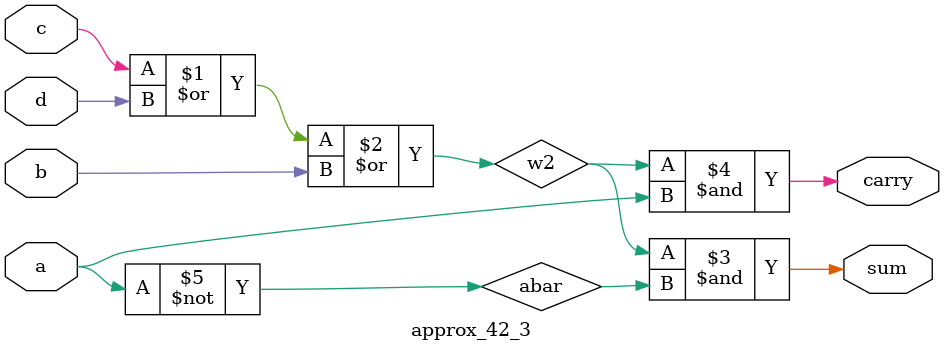
<source format=v>
module satop #(parameter BITWIDTH = 32)
(input CLK, reset, input [ BITWIDTH - 1 : 0 ] A0,A1,A2,A3,A4,B00,B01,B02,B03,B04,B10,B11,B12,B13,B14,B20,B21,B22,B23,B24,B30,B31,B32,B33,B34,B40,B41,B42,B43,B44, output [BITWIDTH-1 : 0] OUT1,OUT2,OUT3,OUT4,OUT5);

wire [ BITWIDTH - 1 : 0 ] next_a00,next_a01,next_a02,next_a03,next_a04,next_a10,next_a11,next_a12,next_a13,next_a14,next_a20,next_a21,next_a22,next_a23,next_a24,next_a30,next_a31,next_a32,next_a33,next_a34,next_a40,next_a41,next_a42,next_a43,next_a44;
wire [BITWIDTH-1 : 0] mac_op00,mac_op01,mac_op02,mac_op03,mac_op04,mac_op10,mac_op11,mac_op12,mac_op13,mac_op14,mac_op20,mac_op21,mac_op22,mac_op23,mac_op24,mac_op30,mac_op31,mac_op32,mac_op33,mac_op34;

PE_fp32 PE00(.CLK(CLK),.reset(reset),.A(A0)      ,.B(B00),.prev_op(0),.Next_A(next_a00),.PE_res(mac_op00));
PE_fp32 PE01(.CLK(CLK),.reset(reset),.A(next_a00),.B(B01),.prev_op(0),.Next_A(next_a01),.PE_res(mac_op01));
PE_fp32 PE02(.CLK(CLK),.reset(reset),.A(next_a01),.B(B02),.prev_op(0),.Next_A(next_a02),.PE_res(mac_op02));
PE_fp32 PE03(.CLK(CLK),.reset(reset),.A(next_a02),.B(B03),.prev_op(0),.Next_A(next_a03),.PE_res(mac_op03));
PE_fp32 PE04(.CLK(CLK),.reset(reset),.A(next_a03),.B(B04),.prev_op(0),.Next_A(next_a04),.PE_res(mac_op04));

PE_fp32 PE10(.CLK(CLK),.reset(reset),.A(A1),      .B(B10),.prev_op(mac_op00),.Next_A(next_a10),.PE_res(mac_op10));
PE_fp32 PE11(.CLK(CLK),.reset(reset),.A(next_a10),.B(B11),.prev_op(mac_op01),.Next_A(next_a11),.PE_res(mac_op11));
PE_fp32 PE12(.CLK(CLK),.reset(reset),.A(next_a11),.B(B12),.prev_op(mac_op02),.Next_A(next_a12),.PE_res(mac_op12));
PE_fp32 PE13(.CLK(CLK),.reset(reset),.A(next_a12),.B(B13),.prev_op(mac_op03),.Next_A(next_a13),.PE_res(mac_op13));
PE_fp32 PE14(.CLK(CLK),.reset(reset),.A(next_a13),.B(B14),.prev_op(mac_op04),.Next_A(next_a14),.PE_res(mac_op14));

PE_fp32 PE20(.CLK(CLK),.reset(reset),.A(A2),      .B(B20),.prev_op(mac_op10),.Next_A(next_a20),.PE_res(mac_op20));
PE_fp32 PE21(.CLK(CLK),.reset(reset),.A(next_a20),.B(B21),.prev_op(mac_op11),.Next_A(next_a21),.PE_res(mac_op21));
PE_fp32 PE22(.CLK(CLK),.reset(reset),.A(next_a21),.B(B22),.prev_op(mac_op12),.Next_A(next_a22),.PE_res(mac_op22));
PE_fp32 PE23(.CLK(CLK),.reset(reset),.A(next_a22),.B(B23),.prev_op(mac_op13),.Next_A(next_a23),.PE_res(mac_op23));
PE_fp32 PE24(.CLK(CLK),.reset(reset),.A(next_a23),.B(B24),.prev_op(mac_op14),.Next_A(next_a24),.PE_res(mac_op24));

PE_fp32 PE30(.CLK(CLK),.reset(reset),.A(A3),      .B(B30),.prev_op(mac_op20),.Next_A(next_a30),.PE_res(mac_op30));
PE_fp32 PE31(.CLK(CLK),.reset(reset),.A(next_a30),.B(B31),.prev_op(mac_op21),.Next_A(next_a31),.PE_res(mac_op31));
PE_fp32 PE32(.CLK(CLK),.reset(reset),.A(next_a31),.B(B32),.prev_op(mac_op22),.Next_A(next_a32),.PE_res(mac_op32));
PE_fp32 PE33(.CLK(CLK),.reset(reset),.A(next_a32),.B(B33),.prev_op(mac_op23),.Next_A(next_a33),.PE_res(mac_op33));
PE_fp32 PE34(.CLK(CLK),.reset(reset),.A(next_a33),.B(B34),.prev_op(mac_op24),.Next_A(next_a34),.PE_res(mac_op34));

PE_fp32 PE40(.CLK(CLK),.reset(reset),.A(A4),      .B(B40),.prev_op(mac_op30),.Next_A(next_a40),.PE_res(OUT1));
PE_fp32 PE41(.CLK(CLK),.reset(reset),.A(next_a40),.B(B41),.prev_op(mac_op31),.Next_A(next_a41),.PE_res(OUT2));
PE_fp32 PE42(.CLK(CLK),.reset(reset),.A(next_a41),.B(B42),.prev_op(mac_op32),.Next_A(next_a42),.PE_res(OUT3));
PE_fp32 PE43(.CLK(CLK),.reset(reset),.A(next_a42),.B(B43),.prev_op(mac_op33),.Next_A(next_a43),.PE_res(OUT4));
PE_fp32 PE44(.CLK(CLK),.reset(reset),.A(next_a43),.B(B44),.prev_op(mac_op34),.Next_A(next_a44),.PE_res(OUT5));

endmodule



//************************************ Float32 PE ************************************//
module PE_fp32(input CLK, reset, input [31 : 0] A,B,prev_op, 
                    output [31 : 0] Next_A, PE_res);

reg  [31:0] Next_A_reg;
reg  [31:0] fb_accum;
wire [31:0] mac_op;

fp32_mac multadd(.A(A),.B(B),.FB_accum(prev_op),.mac_op(mac_op));
    
always @ ( posedge CLK or negedge reset )
begin
	if (!reset)
	begin
		Next_A_reg <= 0;
		fb_accum <= 0;
	end
	
	else 
	begin
		Next_A_reg <= A;
        fb_accum <= mac_op;
	end
end


assign PE_res = fb_accum;
assign Next_A = Next_A_reg;

endmodule
//************************************ Float32 MAC ************************************//
module fp32_mac(
    input  [31 : 0] A,
	  input  [31 : 0] B,
	  input  [31 : 0] FB_accum,
	  output [31 : 0] mac_op
  );
 
wire  [31 : 0] mulres;

fp32_mul mul(.a_operand(A),.b_operand(B),.result(mulres));
fp32_add add(.X(mulres),.Y(FB_accum),.res(mac_op));

endmodule

//************************************ Float32 Adder ************************************//
module fp32_add(X, Y, res);

input [31:0] X, Y;   // IEEE 754 format inputs
output [31:0] res;   // IEEE 754 format output

// Internal signals
reg [7:0] X_exp, Y_exp, res_exp;
reg [23:0] X_mant, Y_mant;   // Mantissa with implicit 1
reg [24:0] res_mant;         // Result mantissa can be 25 bits to accommodate carry
reg X_sign, Y_sign, res_sign;
reg [8:0] expsub;
reg [7:0] abs_diff;  // 9-bit to handle signed difference
reg [24:0] mant_diff;        // Temporary mantissa result

// Special case flags
wire X_is_zero, Y_is_zero;
wire X_is_inf, Y_is_inf;
wire X_is_nan, Y_is_nan;

// IEEE754 representations
parameter FP32_ZERO      = 32'h00000000;
parameter FP32_INF_POS   = 32'h7F800000;
parameter FP32_INF_NEG   = 32'hFF800000;
parameter FP32_NAN       = 32'h7FC00000;

// Output assignment
assign res = {res_sign, res_exp, res_mant[22:0]};

// Special case checks
assign X_is_zero = (X[30:0] == 31'b0);
assign Y_is_zero = (Y[30:0] == 31'b0);
assign X_is_inf  = (X[30:23] == 8'hFF && X[22:0] == 23'b0);
assign Y_is_inf  = (Y[30:23] == 8'hFF && Y[22:0] == 23'b0);
assign X_is_nan  = (X[30:23] == 8'hFF && X[22:0] != 23'b0);
assign Y_is_nan  = (Y[30:23] == 8'hFF && Y[22:0] != 23'b0);

always @(*) begin
    // Step 1: Check for NaN inputs
    if (X_is_nan || Y_is_nan) begin
        res_sign = 1'b0;        // NaN is unsigned
        res_exp  = 8'hFF;       // NaN exponent
        res_mant = 23'h400000;  // Quiet NaN (QNaN) with leading 1 in the mantissa
    end
    // Step 2: Handle infinities
    else if (X_is_inf || Y_is_inf) begin
        if (X_is_inf && Y_is_inf && (X_sign != Y_sign)) begin
            // Positive and negative infinity, return NaN
            res_sign = 1'b0;
            res_exp  = 8'hFF;
            res_mant = 23'h400000;  // NaN
        end else if (X_is_inf) begin
            res_sign = X_sign;
            res_exp  = 8'hFF;
            res_mant = 23'b0;       // Infinity
        end else begin
            res_sign = Y_sign;
            res_exp  = 8'hFF;
            res_mant = 23'b0;       // Infinity
        end
    end
    // Step 3: Handle zero cases
    else if (X_is_zero && Y_is_zero) begin
        // Both are zero, return positive zero
        res_sign = 1'b0;
        res_exp  = 8'b0;
        res_mant = 23'b0;
    end else if (X_is_zero) begin
        // Return Y if X is zero
        res_sign = Y_sign;
        res_exp  = Y_exp;
        res_mant = Y_mant[22:0];
    end else if (Y_is_zero) begin
        // Return X if Y is zero
        res_sign = X_sign;
        res_exp  = X_exp;
        res_mant = X_mant[22:0];
    end
    // Step 4: Handle normal numbers (non-special cases)
    else begin
            // Extract sign, exponent, and mantissa
            X_sign = X[31];
            Y_sign = Y[31];
            X_exp = X[30:23];
            Y_exp = Y[30:23];
            X_mant = {1'b1, X[22:0]};  // Implicit 1 added
            Y_mant = {1'b1, Y[22:0]};  // Implicit 1 added

            // Align exponents
            expsub = X_exp - Y_exp;
            abs_diff = expsub[8] ? ~expsub[7:0] + 1'b1 : expsub[7:0]; // Absolute difference
            if (expsub[8]) begin
                X_mant = X_mant >> abs_diff;  // Shift X mantissa if X_exp < Y_exp
                res_exp = Y_exp;              // Use Y's exponent
            end else begin
                Y_mant = Y_mant >> abs_diff;  // Shift Y mantissa if Y_exp < X_exp
                res_exp = X_exp;              // Use X's exponent
            end

            // Add or subtract mantissas based on signs
            if (X_sign == Y_sign) begin
                res_mant = X_mant + Y_mant;  // Same sign -> add mantissas
                res_sign = X_sign;           // Result sign is the same as input sign
            end else begin
                mant_diff = (X_mant > Y_mant) ? X_mant - Y_mant : Y_mant - X_mant;
                res_sign = (X_mant > Y_mant) ? X_sign : Y_sign;  // Result takes the sign of the larger magnitude
                res_mant = mant_diff;
            end

            // Normalize result (make bit 23 = 1)
            if (res_mant[24]) begin  // Check if carry generated
                res_mant = res_mant >> 1;    // Shift right
                res_exp = res_exp + 1'b1;    // Increment exponent
//                if (res_mant[0]!=0) begin
//                    res_mant=res_mant+1'b1;
//                end
            end else begin 
                if (!res_mant[23]) begin
                    if (res_mant[22]) begin
                        res_mant = res_mant << 1;
                        res_exp  = res_exp - 1'b1;
                    end else if (res_mant[21]) begin
                        res_mant = res_mant << 2;
                        res_exp  = res_exp - 2'b10;
                    end else if (res_mant[20]) begin
                        res_mant = res_mant << 3;
                        res_exp  = res_exp - 3'b011;
                    end else if (res_mant[19]) begin
                        res_mant = res_mant << 4;
                        res_exp  = res_exp - 3'b100;
                    end else if (res_mant[18]) begin
                        res_mant = res_mant << 5;
                        res_exp  = res_exp - 3'b101;
                    end else if (res_mant[17]) begin
                        res_mant = res_mant << 6;
                        res_exp  = res_exp - 3'b110;
                    end else if (res_mant[16]) begin
                        res_mant = res_mant << 7;
                        res_exp  = res_exp - 3'b111;
                    end else if (res_mant[15]) begin
                        res_mant = res_mant << 8;
                        res_exp  = res_exp - 4'b1000;
                    end else if (res_mant[14]) begin
                        res_mant = res_mant << 9;
                        res_exp  = res_exp - 4'b1001;
                    end else if (res_mant[13]) begin
                        res_mant = res_mant << 10;
                        res_exp  = res_exp - 4'b1010;
                    end else if (res_mant[12]) begin
                        res_mant = res_mant << 11;
                        res_exp  = res_exp - 4'b1011;
                    end else if (res_mant[11]) begin
                        res_mant = res_mant << 12;
                        res_exp  = res_exp - 4'b1100;
                    end else if (res_mant[10]) begin
                        res_mant = res_mant << 13;
                        res_exp  = res_exp - 4'b1101;
                    end else if (res_mant[9]) begin
                        res_mant = res_mant << 14;
                        res_exp  = res_exp - 4'b1110;
                    end else if (res_mant[8]) begin
                        res_mant = res_mant << 15;
                        res_exp  = res_exp - 4'b1111;
                    end else if (res_mant[7]) begin
                        res_mant = res_mant << 16;
                        res_exp  = res_exp - 5'b10000;
                    end else if (res_mant[6]) begin
                        res_mant = res_mant << 17;
                        res_exp  = res_exp - 5'b10001;
                    end else if (res_mant[5]) begin
                        res_mant = res_mant << 18;
                        res_exp  = res_exp - 5'b10010;
                    end else if (res_mant[4]) begin
                        res_mant = res_mant << 19;
                        res_exp  = res_exp - 5'b10011;
                    end else if (res_mant[3]) begin
                        res_mant = res_mant << 20;
                        res_exp  = res_exp - 5'b10100;
                    end else if (res_mant[2]) begin
                        res_mant = res_mant << 21;
                        res_exp  = res_exp - 5'b10101;
                    end else if (res_mant[1]) begin
                        res_mant = res_mant << 22;
                        res_exp  = res_exp - 5'b10110;
                    end else if (res_mant[0]) begin
                        res_mant = res_mant << 23;
                        res_exp  = res_exp - 5'b10111;
                    end
                    else begin
                        res_mant = 0;
                        res_exp  = res_exp - 5'b11000;
                    end
                end
            end
        end
    end

endmodule

//************************************ Float32 Multiplier ************************************//

module fp32_mul(
        input [31:0] a_operand,
        input [31:0] b_operand,
        output [31:0] result
        );

wire sign,product_round,normalised,zero,Exception,Overflow,Underflow;
wire [8:0] exponent,sum_exponent;
wire [22:0] product_mantissa;
wire [23:0] operand_a,operand_b;
wire [47:0] product,product_normalised; //48 Bits


assign sign = a_operand[31] ^ b_operand[31];

//Exception flag sets 1 if either one of the exponent is 255.
assign Exception = (&a_operand[30:23]) | (&b_operand[30:23]);

//Assigining significand values according to Hidden Bit.
//If exponent is equal to zero then hidden bit will be 0 for that respective significand else it will be 1

assign operand_a = (|a_operand[30:23]) ? {1'b1,a_operand[22:0]} : {1'b0,a_operand[22:0]};

assign operand_b = (|b_operand[30:23]) ? {1'b1,b_operand[22:0]} : {1'b0,b_operand[22:0]};

//assign product = operand_a * operand_b;			//Calculating Product

mul_24bit mul24(.a(operand_a),.b(operand_b),.res(product));

//assign product_round = |product_normalised[22:0];  //Ending 22 bits are OR'ed for rounding operation.
assign product_round = |product[22:0];  //Ending 22 bits are OR'ed for rounding operation.

assign normalised = product[47] ? 1'b1 : 1'b0;	

assign product_normalised = normalised ? product : product << 1;	//Assigning Normalised value based on 48th bit

//Final Manitssa.
assign product_mantissa = product_normalised[46:24] + (product_normalised[23] & product_round); 

assign zero = Exception ? 1'b0 : (product_mantissa == 23'd0) ? 1'b1 : 1'b0;

assign sum_exponent = a_operand[30:23] + b_operand[30:23];

assign exponent = sum_exponent - 8'd127 + normalised;

assign Overflow = ((exponent[8] & !exponent[7]) & !zero) ; //If overall exponent is greater than 255 then Overflow condition.
//Exception Case when exponent reaches its maximu value that is 384.

//If sum of both exponents is less than 127 then Underflow condition.
assign Underflow = ((exponent[8] & exponent[7]) & !zero) ? 1'b1 : 1'b0; 

assign result = Exception ? 32'd0 : Overflow ? {sign,8'hFF,23'd0} : Underflow ? {sign,31'd0} : {sign,exponent[7:0],product_mantissa};


endmodule


/************************* 24 bit multiplier ****************************/

module mul_24bit#(parameter bitwidth=24,approx=0)(
    input [bitwidth-1:0]a,b,
    output [2*bitwidth-1:0]res
    ); 
    
 /************** Partial Product Generation **************/
    genvar i,j,k; 
    wire pp1[bitwidth-1:0][bitwidth-1:0]; 
    wire [bitwidth-1:0]tmp[bitwidth-1:0]; 
    
    generate
    if (approx>=bitwidth-1) begin
        for (i=bitwidth-1;i>=0;i=i-1) begin
            if (approx-i<=bitwidth-1)begin
                assign tmp[i]={a[bitwidth-1:approx-i],{(approx-i){1'b0}}}; 
                for (j=bitwidth-1;j>=approx-i;j=j-1) begin
                    assign pp1[i][j]=tmp[i][j]&b[i];          
                end
            end
        end
    end
    else begin
        for(i=bitwidth-1;i>=0;i=i-1) begin
            if (i>=approx) begin 
                assign tmp[i]=a[bitwidth-1:0]; 
            end
            else begin
                assign tmp[i]={a[bitwidth-1:approx-i],{(approx-i){1'b0}}}; 
            end
            if (i>=approx) begin
                for (j=bitwidth-1;j>=0;j=j-1) begin
                    assign pp1[i][j]=tmp[i][j]&b[i];          
                end
            end
            else begin
                for (j=bitwidth-1;j>=approx-i;j=j-1) begin
                    assign pp1[i][j]=tmp[i][j]&b[i];          
                end
            end
            end
        end
        
    endgenerate
    


/******************** Reduction Stage 1 ********************/
wire pp2[11:0][46:0];
wire cin1[71:0];

//Column 0
assign pp2[0][0]=pp1[0][0];

//Column 1
assign pp2[0][1]=pp1[0][1];
assign pp2[1][1]=pp1[1][0];

//Column 2
assign pp2[0][2]=pp1[0][2];
assign pp2[1][2]=pp1[1][1];
assign pp2[2][2]=pp1[2][0];

//Column 3
assign pp2[0][3]=pp1[0][3];
assign pp2[1][3]=pp1[1][2];
assign pp2[2][3]=pp1[2][1];
assign pp2[3][3]=pp1[3][0];

//Column 4
assign pp2[0][4]=pp1[0][4];
assign pp2[1][4]=pp1[1][3];
assign pp2[2][4]=pp1[2][2];
assign pp2[3][4]=pp1[3][1];
assign pp2[4][4]=pp1[4][0];

//Column 5
assign pp2[0][5]=pp1[0][5];
assign pp2[1][5]=pp1[1][4];
assign pp2[2][5]=pp1[2][3];
assign pp2[3][5]=pp1[3][2];
assign pp2[4][5]=pp1[4][1];
assign pp2[5][5]=pp1[5][0];

//Column 6
assign pp2[0][6]=pp1[0][6];
assign pp2[1][6]=pp1[1][5];
assign pp2[2][6]=pp1[2][4];
assign pp2[3][6]=pp1[3][3];
assign pp2[4][6]=pp1[4][2];
assign pp2[5][6]=pp1[5][1];
assign pp2[6][6]=pp1[6][0];

//Column 7
assign pp2[0][7]=pp1[0][7];
assign pp2[1][7]=pp1[1][6];
assign pp2[2][7]=pp1[2][5];
assign pp2[3][7]=pp1[3][4];
assign pp2[4][7]=pp1[4][3];
assign pp2[5][7]=pp1[5][2];
assign pp2[6][7]=pp1[6][1];
assign pp2[7][7]=pp1[7][0];

//Column 8
assign pp2[0][8]=pp1[0][8];
assign pp2[1][8]=pp1[1][7];
assign pp2[2][8]=pp1[2][6];
assign pp2[3][8]=pp1[3][5];
assign pp2[4][8]=pp1[4][4];
assign pp2[5][8]=pp1[5][3];
assign pp2[6][8]=pp1[6][2];
assign pp2[7][8]=pp1[7][1];
assign pp2[8][8]=pp1[8][0];

//Column 9
assign pp2[0][9]=pp1[0][9];
assign pp2[1][9]=pp1[1][8];
assign pp2[2][9]=pp1[2][7];
assign pp2[3][9]=pp1[3][6];
assign pp2[4][9]=pp1[4][5];
assign pp2[5][9]=pp1[5][4];
assign pp2[6][9]=pp1[6][3];
assign pp2[7][9]=pp1[7][2];
assign pp2[8][9]=pp1[8][1];
assign pp2[9][9]=pp1[9][0];

//Column 10
assign pp2[0][10]=pp1[0][10];
assign pp2[1][10]=pp1[1][9];
assign pp2[2][10]=pp1[2][8];
assign pp2[3][10]=pp1[3][7];
assign pp2[4][10]=pp1[4][6];
assign pp2[5][10]=pp1[5][5];
assign pp2[6][10]=pp1[6][4];
assign pp2[7][10]=pp1[7][3];
assign pp2[8][10]=pp1[8][2];
assign pp2[9][10]=pp1[9][1];
assign pp2[10][10]=pp1[10][0];

//Column 11
assign pp2[0][11]=pp1[0][11];
assign pp2[1][11]=pp1[1][10];
assign pp2[2][11]=pp1[2][9];
assign pp2[3][11]=pp1[3][8];
assign pp2[4][11]=pp1[4][7];
assign pp2[5][11]=pp1[5][6];
assign pp2[6][11]=pp1[6][5];
assign pp2[7][11]=pp1[7][4];
assign pp2[8][11]=pp1[8][3];
assign pp2[9][11]=pp1[9][2];
assign pp2[10][11]=pp1[10][1];
assign pp2[11][11]=pp1[11][0];

//Column 12
exact_22 s1_12(.a(pp1[0][12]),.b(pp1[1][11]),.sum(pp2[0][12]),.carry(pp2[0][13]));
assign pp2[1][12]=pp1[2][10];
assign pp2[2][12]=pp1[3][9];
assign pp2[3][12]=pp1[4][8];
assign pp2[4][12]=pp1[5][7];
assign pp2[5][12]=pp1[6][6];
assign pp2[6][12]=pp1[7][5];
assign pp2[7][12]=pp1[8][4];
assign pp2[8][12]=pp1[9][3];
assign pp2[9][12]=pp1[10][2];
assign pp2[10][12]=pp1[11][1];
assign pp2[11][12]=pp1[12][0];

//Column 13
exact_42 s1_13(.a(pp1[0][13]),.b(pp1[1][12]),.c(pp1[2][11]),.d(pp1[3][10]),.cin(1'b0),.sum(pp2[1][13]),.carry(pp2[0][14]),.cout(cin1[0]));
assign pp2[2][13]=pp1[4][9];
assign pp2[3][13]=pp1[5][8];
assign pp2[4][13]=pp1[6][7];
assign pp2[5][13]=pp1[7][6];
assign pp2[6][13]=pp1[8][5];
assign pp2[7][13]=pp1[9][4];
assign pp2[8][13]=pp1[10][3];
assign pp2[9][13]=pp1[11][2];
assign pp2[10][13]=pp1[12][1];
assign pp2[11][13]=pp1[13][0];

//Column 14
exact_42 s1_141(.a(pp1[0][14]),.b(pp1[1][13]),.c(pp1[2][12]),.d(pp1[3][11]),.cin(cin1[0]),.sum(pp2[1][14]),.carry(pp2[0][15]),.cout(cin1[1]));
exact_22 s1_142(.a(pp1[4][10]),.b(pp1[5][9]),.sum(pp2[2][14]),.carry(pp2[1][15]));
assign pp2[3][14]=pp1[6][8];
assign pp2[4][14]=pp1[7][7];
assign pp2[5][14]=pp1[8][6];
assign pp2[6][14]=pp1[9][5];
assign pp2[7][14]=pp1[10][4];
assign pp2[8][14]=pp1[11][3];
assign pp2[9][14]=pp1[12][2];
assign pp2[10][14]=pp1[13][1];
assign pp2[11][14]=pp1[14][0];

//Column 15
exact_42 s1_151(.a(pp1[0][15]),.b(pp1[1][14]),.c(pp1[2][13]),.d(pp1[3][12]),.cin(cin1[1]),.sum(pp2[2][15]),.carry(pp2[0][16]),.cout(cin1[2]));
exact_42 s1_152(.a(pp1[4][11]),.b(pp1[5][10]),.c(pp1[6][9]),.d(pp1[7][8]),.cin(1'b0),.sum(pp2[3][15]),.carry(pp2[1][16]),.cout(cin1[3]));
assign pp2[4][15]=pp1[8][7];
assign pp2[5][15]=pp1[9][6];
assign pp2[6][15]=pp1[10][5];
assign pp2[7][15]=pp1[11][4];
assign pp2[8][15]=pp1[12][3];
assign pp2[9][15]=pp1[13][2];
assign pp2[10][15]=pp1[14][1];
assign pp2[11][15]=pp1[15][0];

//Column 16
exact_42 s1_161(.a(pp1[0][16]),.b(pp1[1][15]),.c(pp1[2][14]),.d(pp1[3][13]),.cin(cin1[2]),.sum(pp2[2][16]),.carry(pp2[0][17]),.cout(cin1[4]));
exact_42 s1_162(.a(pp1[4][12]),.b(pp1[5][11]),.c(pp1[6][10]),.d(pp1[7][9]),.cin(cin1[3]),.sum(pp2[3][16]),.carry(pp2[1][17]),.cout(cin1[5]));
exact_22 s1_163(.a(pp1[8][8]),.b(pp1[9][7]),.sum(pp2[4][16]),.carry(pp2[2][17]));
assign pp2[5][16]=pp1[10][6];
assign pp2[6][16]=pp1[11][5];
assign pp2[7][16]=pp1[12][4];
assign pp2[8][16]=pp1[13][3];
assign pp2[9][16]=pp1[14][2];
assign pp2[10][16]=pp1[15][1];
assign pp2[11][16]=pp1[16][0];

//Column 17
exact_42 s1_171(.a(pp1[0][17]),.b(pp1[1][16]),.c(pp1[2][15]),.d(pp1[3][14]),.cin(cin1[4]),.sum(pp2[3][17]),.carry(pp2[0][18]),.cout(cin1[6]));
exact_42 s1_172(.a(pp1[4][13]),.b(pp1[5][12]),.c(pp1[6][11]),.d(pp1[7][10]),.cin(cin1[5]),.sum(pp2[4][17]),.carry(pp2[1][18]),.cout(cin1[7]));
exact_42 s1_173(.a(pp1[8][9]),.b(pp1[9][8]),.c(pp1[10][7]),.d(pp1[11][6]),.cin(1'b0),.sum(pp2[5][17]),.carry(pp2[2][18]),.cout(cin1[8]));
assign pp2[6][17]=pp1[12][5];
assign pp2[7][17]=pp1[13][4];
assign pp2[8][17]=pp1[14][3];
assign pp2[9][17]=pp1[15][2];
assign pp2[10][17]=pp1[16][1];
assign pp2[11][17]=pp1[17][0];

//Column 18
exact_42 s1_181(.a(pp1[0][18]),.b(pp1[1][17]),.c(pp1[2][16]),.d(pp1[3][15]),.cin(cin1[6]),.sum(pp2[3][18]),.carry(pp2[0][19]),.cout(cin1[9]));
exact_42 s1_182(.a(pp1[4][14]),.b(pp1[5][13]),.c(pp1[6][12]),.d(pp1[7][11]),.cin(cin1[7]),.sum(pp2[4][18]),.carry(pp2[1][19]),.cout(cin1[10]));
exact_42 s1_183(.a(pp1[8][10]),.b(pp1[9][9]),.c(pp1[10][8]),.d(pp1[11][7]),.cin(cin1[8]),.sum(pp2[5][18]),.carry(pp2[2][19]),.cout(cin1[11]));
exact_22 s1_184(.a(pp1[12][6]),.b(pp1[13][5]),.sum(pp2[6][18]),.carry(pp2[3][19]));
assign pp2[7][18]=pp1[14][4];
assign pp2[8][18]=pp1[15][3];
assign pp2[9][18]=pp1[16][2];
assign pp2[10][18]=pp1[17][1];
assign pp2[11][18]=pp1[18][0];

//Column 19
exact_42 s1_191(.a(pp1[0][19]),.b(pp1[1][18]),.c(pp1[2][17]),.d(pp1[3][16]),.cin(cin1[9]),.sum(pp2[4][19]),.carry(pp2[0][20]),.cout(cin1[12]));
exact_42 s1_192(.a(pp1[4][15]),.b(pp1[5][14]),.c(pp1[6][13]),.d(pp1[7][12]),.cin(cin1[10]),.sum(pp2[5][19]),.carry(pp2[1][20]),.cout(cin1[13]));
exact_42 s1_193(.a(pp1[8][11]),.b(pp1[9][10]),.c(pp1[10][9]),.d(pp1[11][8]),.cin(cin1[11]),.sum(pp2[6][19]),.carry(pp2[2][20]),.cout(cin1[14]));
exact_42 s1_194(.a(pp1[12][7]),.b(pp1[13][6]),.c(pp1[14][5]),.d(pp1[15][4]),.cin(1'b0),.sum(pp2[7][19]),.carry(pp2[3][20]),.cout(cin1[15]));
assign pp2[8][19]=pp1[16][3];
assign pp2[9][19]=pp1[17][2];
assign pp2[10][19]=pp1[18][1];
assign pp2[11][19]=pp1[19][0];

//Column 20
exact_42 s1_201(.a(pp1[0][20]),.b(pp1[1][19]),.c(pp1[2][18]),.d(pp1[3][17]),.cin(cin1[12]),.sum(pp2[4][20]),.carry(pp2[0][21]),.cout(cin1[16]));
exact_42 s1_202(.a(pp1[4][16]),.b(pp1[5][15]),.c(pp1[6][14]),.d(pp1[7][13]),.cin(cin1[13]),.sum(pp2[5][20]),.carry(pp2[1][21]),.cout(cin1[17]));
exact_42 s1_203(.a(pp1[8][12]),.b(pp1[9][11]),.c(pp1[10][10]),.d(pp1[11][9]),.cin(cin1[14]),.sum(pp2[6][20]),.carry(pp2[2][21]),.cout(cin1[18]));
exact_42 s1_204(.a(pp1[12][8]),.b(pp1[13][7]),.c(pp1[14][6]),.d(pp1[15][5]),.cin(cin1[15]),.sum(pp2[7][20]),.carry(pp2[3][21]),.cout(cin1[19]));
exact_22 s1_205(.a(pp1[16][4]),.b(pp1[17][3]),.sum(pp2[8][20]),.carry(pp2[4][21]));
assign pp2[9][20]=pp1[18][2];
assign pp2[10][20]=pp1[19][1];
assign pp2[11][20]=pp1[20][0];

//Column 21
exact_42 s1_211(.a(pp1[0][21]),.b(pp1[1][20]),.c(pp1[2][19]),.d(pp1[3][18]),.cin(cin1[16]),.sum(pp2[5][21]),.carry(pp2[0][22]),.cout(cin1[20]));
exact_42 s1_212(.a(pp1[4][17]),.b(pp1[5][16]),.c(pp1[6][15]),.d(pp1[7][14]),.cin(cin1[17]),.sum(pp2[6][21]),.carry(pp2[1][22]),.cout(cin1[21]));
exact_42 s1_213(.a(pp1[8][13]),.b(pp1[9][12]),.c(pp1[10][11]),.d(pp1[11][10]),.cin(cin1[18]),.sum(pp2[7][21]),.carry(pp2[2][22]),.cout(cin1[22]));
exact_42 s1_214(.a(pp1[12][9]),.b(pp1[13][8]),.c(pp1[14][7]),.d(pp1[15][6]),.cin(cin1[19]),.sum(pp2[8][21]),.carry(pp2[3][22]),.cout(cin1[23]));
exact_42 s1_215(.a(pp1[16][5]),.b(pp1[17][4]),.c(pp1[18][3]),.d(pp1[19][2]),.cin(1'b0),.sum(pp2[9][21]),.carry(pp2[4][22]),.cout(cin1[24]));
assign pp2[10][21]=pp1[20][1];
assign pp2[11][21]=pp1[21][0];

//Column 22
exact_42 s1_221(.a(pp1[0][22]),.b(pp1[1][21]),.c(pp1[2][20]),.d(pp1[3][19]),.cin(cin1[20]),.sum(pp2[5][22]),.carry(pp2[0][23]),.cout(cin1[25]));
exact_42 s1_222(.a(pp1[4][18]),.b(pp1[5][17]),.c(pp1[6][16]),.d(pp1[7][15]),.cin(cin1[21]),.sum(pp2[6][22]),.carry(pp2[1][23]),.cout(cin1[26]));
exact_42 s1_223(.a(pp1[8][14]),.b(pp1[9][13]),.c(pp1[10][12]),.d(pp1[11][11]),.cin(cin1[22]),.sum(pp2[7][22]),.carry(pp2[2][23]),.cout(cin1[27]));
exact_42 s1_224(.a(pp1[12][10]),.b(pp1[13][9]),.c(pp1[14][8]),.d(pp1[15][7]),.cin(cin1[23]),.sum(pp2[8][22]),.carry(pp2[3][23]),.cout(cin1[28]));
exact_42 s1_225(.a(pp1[16][6]),.b(pp1[17][5]),.c(pp1[18][4]),.d(pp1[19][3]),.cin(cin1[24]),.sum(pp2[9][22]),.carry(pp2[4][23]),.cout(cin1[29]));
exact_22 s1_226(.a(pp1[20][2]),.b(pp1[21][1]),.sum(pp2[10][22]),.carry(pp2[5][23]));
assign pp2[11][22]=pp1[22][0];

//Column 23
exact_42 s1_231(.a(pp1[0][23]),.b(pp1[1][22]),.c(pp1[2][21]),.d(pp1[3][20]),.cin(cin1[25]),.sum(pp2[6][23]),.carry(pp2[0][24]),.cout(cin1[30]));
exact_42 s1_232(.a(pp1[4][19]),.b(pp1[5][18]),.c(pp1[6][17]),.d(pp1[7][16]),.cin(cin1[26]),.sum(pp2[7][23]),.carry(pp2[1][24]),.cout(cin1[31]));
exact_42 s1_233(.a(pp1[8][15]),.b(pp1[9][14]),.c(pp1[10][13]),.d(pp1[11][12]),.cin(cin1[27]),.sum(pp2[8][23]),.carry(pp2[2][24]),.cout(cin1[32]));
exact_42 s1_234(.a(pp1[12][11]),.b(pp1[13][10]),.c(pp1[14][9]),.d(pp1[15][8]),.cin(cin1[28]),.sum(pp2[9][23]),.carry(pp2[3][24]),.cout(cin1[33]));
exact_42 s1_235(.a(pp1[16][7]),.b(pp1[17][6]),.c(pp1[18][5]),.d(pp1[19][4]),.cin(cin1[29]),.sum(pp2[10][23]),.carry(pp2[4][24]),.cout(cin1[34]));
exact_42 s1_236(.a(pp1[20][3]),.b(pp1[21][2]),.c(pp1[22][1]),.d(pp1[23][0]),.cin(1'b0),.sum(pp2[11][23]),.carry(pp2[5][24]),.cout(cin1[35]));

//Column 24
exact_42 s1_241(.a(pp1[1][23]),.b(pp1[2][22]),.c(pp1[3][21]),.d(pp1[4][20]),.cin(cin1[30]),.sum(pp2[6][24]),.carry(pp2[0][25]),.cout(cin1[36]));
exact_42 s1_242(.a(pp1[5][19]),.b(pp1[6][18]),.c(pp1[7][17]),.d(pp1[8][16]),.cin(cin1[31]),.sum(pp2[7][24]),.carry(pp2[1][25]),.cout(cin1[37]));
exact_42 s1_243(.a(pp1[9][15]),.b(pp1[10][14]),.c(pp1[11][13]),.d(pp1[12][12]),.cin(cin1[32]),.sum(pp2[8][24]),.carry(pp2[2][25]),.cout(cin1[38]));
exact_42 s1_244(.a(pp1[13][11]),.b(pp1[14][10]),.c(pp1[15][9]),.d(pp1[16][8]),.cin(cin1[33]),.sum(pp2[9][24]),.carry(pp2[3][25]),.cout(cin1[39]));
exact_42 s1_245(.a(pp1[17][7]),.b(pp1[18][6]),.c(pp1[19][5]),.d(pp1[20][4]),.cin(cin1[34]),.sum(pp2[10][24]),.carry(pp2[4][25]),.cout(cin1[40]));
exact_42 s1_246(.a(pp1[21][3]),.b(pp1[22][2]),.c(pp1[23][1]),.d(cin1[35]),.cin(1'b0),.sum(pp2[11][24]),.carry(pp2[5][25]),.cout(cin1[41]));

//Column 25
exact_42 s1_251(.a(pp1[2][23]),.b(pp1[3][22]),.c(pp1[4][21]),.d(pp1[5][20]),.cin(cin1[36]),.sum(pp2[6][25]),.carry(pp2[0][26]),.cout(cin1[42]));
exact_42 s1_252(.a(pp1[6][19]),.b(pp1[7][18]),.c(pp1[8][17]),.d(pp1[9][16]),.cin(cin1[37]),.sum(pp2[7][25]),.carry(pp2[1][26]),.cout(cin1[43]));
exact_42 s1_253(.a(pp1[10][15]),.b(pp1[11][14]),.c(pp1[12][13]),.d(pp1[13][12]),.cin(cin1[38]),.sum(pp2[8][25]),.carry(pp2[2][26]),.cout(cin1[44]));
exact_42 s1_254(.a(pp1[14][11]),.b(pp1[15][10]),.c(pp1[16][9]),.d(pp1[17][8]),.cin(cin1[39]),.sum(pp2[9][25]),.carry(pp2[3][26]),.cout(cin1[45]));
exact_42 s1_255(.a(pp1[18][7]),.b(pp1[19][6]),.c(pp1[20][5]),.d(pp1[21][4]),.cin(cin1[40]),.sum(pp2[10][25]),.carry(pp2[4][26]),.cout(cin1[46]));
exact_32 s1_256(.a(pp1[22][3]),.b(pp1[23][2]),.c(cin1[41]),.sum(pp2[11][25]),.carry(pp2[5][26]));

//Column 26
exact_42 s1_261(.a(pp1[3][23]),.b(pp1[4][22]),.c(pp1[5][21]),.d(pp1[6][20]),.cin(cin1[42]),.sum(pp2[6][26]),.carry(pp2[0][27]),.cout(cin1[47]));
exact_42 s1_262(.a(pp1[7][19]),.b(pp1[8][18]),.c(pp1[9][17]),.d(pp1[10][16]),.cin(cin1[43]),.sum(pp2[7][26]),.carry(pp2[1][27]),.cout(cin1[48]));
exact_42 s1_263(.a(pp1[11][15]),.b(pp1[12][14]),.c(pp1[13][13]),.d(pp1[14][12]),.cin(cin1[44]),.sum(pp2[8][26]),.carry(pp2[2][27]),.cout(cin1[49]));
exact_42 s1_264(.a(pp1[15][11]),.b(pp1[16][10]),.c(pp1[17][9]),.d(pp1[18][8]),.cin(cin1[45]),.sum(pp2[9][26]),.carry(pp2[3][27]),.cout(cin1[50]));
exact_42 s1_265(.a(pp1[19][7]),.b(pp1[20][6]),.c(pp1[21][5]),.d(pp1[22][4]),.cin(cin1[46]),.sum(pp2[10][26]),.carry(pp2[4][27]),.cout(cin1[51]));
assign pp2[11][26]=pp1[23][3];

//Column 27
exact_42 s1_271(.a(pp1[4][23]),.b(pp1[5][22]),.c(pp1[6][21]),.d(pp1[7][20]),.cin(cin1[47]),.sum(pp2[5][27]),.carry(pp2[0][28]),.cout(cin1[52]));
exact_42 s1_272(.a(pp1[8][19]),.b(pp1[9][18]),.c(pp1[10][17]),.d(pp1[11][16]),.cin(cin1[48]),.sum(pp2[6][27]),.carry(pp2[1][28]),.cout(cin1[53]));
exact_42 s1_273(.a(pp1[12][15]),.b(pp1[13][14]),.c(pp1[14][13]),.d(pp1[15][12]),.cin(cin1[49]),.sum(pp2[7][27]),.carry(pp2[2][28]),.cout(cin1[54]));
exact_42 s1_274(.a(pp1[16][11]),.b(pp1[17][10]),.c(pp1[18][9]),.d(pp1[19][8]),.cin(cin1[50]),.sum(pp2[8][27]),.carry(pp2[3][28]),.cout(cin1[55]));
exact_32 s1_275(.a(pp1[20][7]),.b(pp1[21][6]),.c(cin1[51]),.sum(pp2[9][27]),.carry(pp2[4][28]));
assign pp2[10][27]=pp1[22][5];
assign pp2[11][27]=pp1[23][4];

//Column 28
exact_42 s1_281(.a(pp1[5][23]),.b(pp1[6][22]),.c(pp1[7][21]),.d(pp1[8][20]),.cin(cin1[52]),.sum(pp2[5][28]),.carry(pp2[0][29]),.cout(cin1[56]));
exact_42 s1_282(.a(pp1[9][19]),.b(pp1[10][18]),.c(pp1[11][17]),.d(pp1[12][16]),.cin(cin1[53]),.sum(pp2[6][28]),.carry(pp2[1][29]),.cout(cin1[57]));
exact_42 s1_283(.a(pp1[13][15]),.b(pp1[14][14]),.c(pp1[15][13]),.d(pp1[16][12]),.cin(cin1[54]),.sum(pp2[7][28]),.carry(pp2[2][29]),.cout(cin1[58]));
exact_42 s1_284(.a(pp1[17][11]),.b(pp1[18][10]),.c(pp1[19][9]),.d(pp1[20][8]),.cin(cin1[55]),.sum(pp2[8][28]),.carry(pp2[3][29]),.cout(cin1[59]));
assign pp2[9][28]=pp1[21][7];
assign pp2[10][28]=pp1[22][6];
assign pp2[11][28]=pp1[23][5];

//Column 29
exact_42 s1_291(.a(pp1[6][23]),.b(pp1[7][22]),.c(pp1[8][21]),.d(pp1[9][20]),.cin(cin1[56]),.sum(pp2[4][29]),.carry(pp2[0][30]),.cout(cin1[60]));
exact_42 s1_292(.a(pp1[10][19]),.b(pp1[11][18]),.c(pp1[12][17]),.d(pp1[13][16]),.cin(cin1[57]),.sum(pp2[5][29]),.carry(pp2[1][30]),.cout(cin1[61]));
exact_42 s1_293(.a(pp1[14][15]),.b(pp1[15][14]),.c(pp1[16][13]),.d(pp1[17][12]),.cin(cin1[58]),.sum(pp2[6][29]),.carry(pp2[2][30]),.cout(cin1[62]));
exact_32 s1_294(.a(pp1[18][11]),.b(pp1[19][10]),.c(cin1[59]),.sum(pp2[7][29]),.carry(pp2[3][30]));
assign pp2[8][29]=pp1[20][9];
assign pp2[9][29]=pp1[21][8];
assign pp2[10][29]=pp1[22][7];
assign pp2[11][29]=pp1[23][6];

//Column 30
exact_42 s1_301(.a(pp1[7][23]),.b(pp1[8][22]),.c(pp1[9][21]),.d(pp1[10][20]),.cin(cin1[60]),.sum(pp2[4][30]),.carry(pp2[0][31]),.cout(cin1[63]));
exact_42 s1_302(.a(pp1[11][19]),.b(pp1[12][18]),.c(pp1[13][17]),.d(pp1[14][16]),.cin(cin1[61]),.sum(pp2[5][30]),.carry(pp2[1][31]),.cout(cin1[64]));
exact_42 s1_303(.a(pp1[15][15]),.b(pp1[16][14]),.c(pp1[17][13]),.d(pp1[18][12]),.cin(cin1[62]),.sum(pp2[6][30]),.carry(pp2[2][31]),.cout(cin1[65]));
assign pp2[7][30]=pp1[19][11];
assign pp2[8][30]=pp1[20][10];
assign pp2[9][30]=pp1[21][9];
assign pp2[10][30]=pp1[22][8];
assign pp2[11][30]=pp1[23][7];

//Column 31
exact_42 s1_311(.a(pp1[8][23]),.b(pp1[9][22]),.c(pp1[10][21]),.d(pp1[11][20]),.cin(cin1[63]),.sum(pp2[3][31]),.carry(pp2[0][32]),.cout(cin1[66]));
exact_42 s1_312(.a(pp1[12][19]),.b(pp1[13][18]),.c(pp1[14][17]),.d(pp1[15][16]),.cin(cin1[64]),.sum(pp2[4][31]),.carry(pp2[1][32]),.cout(cin1[67]));
exact_32 s1_313(.a(pp1[16][15]),.b(pp1[17][14]),.c(cin1[65]),.sum(pp2[5][31]),.carry(pp2[2][32]));
assign pp2[6][31]=pp1[18][13];
assign pp2[7][31]=pp1[19][12];
assign pp2[8][31]=pp1[20][11];
assign pp2[9][31]=pp1[21][10];
assign pp2[10][31]=pp1[22][9];
assign pp2[11][31]=pp1[23][8];

//Column 32
exact_42 s1_321(.a(pp1[9][23]),.b(pp1[10][22]),.c(pp1[11][21]),.d(pp1[12][20]),.cin(cin1[66]),.sum(pp2[3][32]),.carry(pp2[0][33]),.cout(cin1[68]));
exact_42 s1_322(.a(pp1[13][19]),.b(pp1[14][18]),.c(pp1[15][17]),.d(pp1[16][16]),.cin(cin1[67]),.sum(pp2[4][32]),.carry(pp2[1][33]),.cout(cin1[69]));
assign pp2[5][32]=pp1[17][15];
assign pp2[6][32]=pp1[18][14];
assign pp2[7][32]=pp1[19][13];
assign pp2[8][32]=pp1[20][12];
assign pp2[9][32]=pp1[21][11];
assign pp2[10][32]=pp1[22][10];
assign pp2[11][32]=pp1[23][9];

//Column 33
exact_42 s1_331(.a(pp1[10][23]),.b(pp1[11][22]),.c(pp1[12][21]),.d(pp1[13][20]),.cin(cin1[68]),.sum(pp2[2][33]),.carry(pp2[0][34]),.cout(cin1[70]));
exact_32 s1_332(.a(pp1[14][19]),.b(pp1[15][18]),.c(cin1[69]),.sum(pp2[3][33]),.carry(pp2[1][34]));
assign pp2[4][33]=pp1[16][17];
assign pp2[5][33]=pp1[17][16];
assign pp2[6][33]=pp1[18][15];
assign pp2[7][33]=pp1[19][14];
assign pp2[8][33]=pp1[20][13];
assign pp2[9][33]=pp1[21][12];
assign pp2[10][33]=pp1[22][11];
assign pp2[11][33]=pp1[23][10];

//Column 34
exact_42 s1_34(.a(pp1[11][23]),.b(pp1[12][22]),.c(pp1[13][21]),.d(pp1[14][20]),.cin(cin1[70]),.sum(pp2[2][34]),.carry(pp2[0][35]),.cout(cin1[71]));
assign pp2[3][34]=pp1[15][19];
assign pp2[4][34]=pp1[16][18];
assign pp2[5][34]=pp1[17][17];
assign pp2[6][34]=pp1[18][16];
assign pp2[7][34]=pp1[19][15];
assign pp2[8][34]=pp1[20][14];
assign pp2[9][34]=pp1[21][13];
assign pp2[10][34]=pp1[22][12];
assign pp2[11][34]=pp1[23][11];

//Column 35
exact_32 s1_35(.a(pp1[12][23]),.b(pp1[13][22]),.c(cin1[71]),.sum(pp2[1][35]),.carry(pp2[0][36]));
assign pp2[2][35]=pp1[14][21];
assign pp2[3][35]=pp1[15][20];
assign pp2[4][35]=pp1[16][19];
assign pp2[5][35]=pp1[17][18];
assign pp2[6][35]=pp1[18][17];
assign pp2[7][35]=pp1[19][16];
assign pp2[8][35]=pp1[20][15];
assign pp2[9][35]=pp1[21][14];
assign pp2[10][35]=pp1[22][13];
assign pp2[11][35]=pp1[23][12];

//Column 36
assign pp2[1][36]=pp1[13][23];
assign pp2[2][36]=pp1[14][22];
assign pp2[3][36]=pp1[15][21];
assign pp2[4][36]=pp1[16][20];
assign pp2[5][36]=pp1[17][19];
assign pp2[6][36]=pp1[18][18];
assign pp2[7][36]=pp1[19][17];
assign pp2[8][36]=pp1[20][16];
assign pp2[9][36]=pp1[21][15];
assign pp2[10][36]=pp1[22][14];
assign pp2[11][36]=pp1[23][13];

//Column 37
assign pp2[0][37]=pp1[14][23];
assign pp2[1][37]=pp1[15][22];
assign pp2[2][37]=pp1[16][21];
assign pp2[3][37]=pp1[17][20];
assign pp2[4][37]=pp1[18][19];
assign pp2[5][37]=pp1[19][18];
assign pp2[6][37]=pp1[20][17];
assign pp2[7][37]=pp1[21][16];
assign pp2[8][37]=pp1[22][15];
assign pp2[9][37]=pp1[23][14];

//Column 38
assign pp2[0][38]=pp1[15][23];
assign pp2[1][38]=pp1[16][22];
assign pp2[2][38]=pp1[17][21];
assign pp2[3][38]=pp1[18][20];
assign pp2[4][38]=pp1[19][19];
assign pp2[5][38]=pp1[20][18];
assign pp2[6][38]=pp1[21][17];
assign pp2[7][38]=pp1[22][16];
assign pp2[8][38]=pp1[23][15];

//Column 39
assign pp2[0][39]=pp1[16][23];
assign pp2[1][39]=pp1[17][22];
assign pp2[2][39]=pp1[18][21];
assign pp2[3][39]=pp1[19][20];
assign pp2[4][39]=pp1[20][19];
assign pp2[5][39]=pp1[21][18];
assign pp2[6][39]=pp1[22][17];
assign pp2[7][39]=pp1[23][16];

//Column 40
assign pp2[0][40]=pp1[17][23];
assign pp2[1][40]=pp1[18][22];
assign pp2[2][40]=pp1[19][21];
assign pp2[3][40]=pp1[20][20];
assign pp2[4][40]=pp1[21][19];
assign pp2[5][40]=pp1[22][18];
assign pp2[6][40]=pp1[23][17];

//Column 41
assign pp2[0][41]=pp1[18][23];
assign pp2[1][41]=pp1[19][22];
assign pp2[2][41]=pp1[20][21];
assign pp2[3][41]=pp1[21][20];
assign pp2[4][41]=pp1[22][19];
assign pp2[5][41]=pp1[23][18];

//Column 42
assign pp2[0][42]=pp1[19][23];
assign pp2[1][42]=pp1[20][22];
assign pp2[2][42]=pp1[21][21];
assign pp2[3][42]=pp1[22][20];
assign pp2[4][42]=pp1[23][19];

//Column 43
assign pp2[0][43]=pp1[20][23];
assign pp2[1][43]=pp1[21][22];
assign pp2[2][43]=pp1[22][21];
assign pp2[3][43]=pp1[23][20];

//Column 44
assign pp2[0][44]=pp1[21][23];
assign pp2[1][44]=pp1[22][22];
assign pp2[2][44]=pp1[23][21];

//Column 45
assign pp2[0][45]=pp1[22][23];
assign pp2[1][45]=pp1[23][22];

//Column 46
assign pp2[0][46]=pp1[23][23];



/******************** Reduction Stage 2 ********************/
wire pp3[5:0][46:0];
wire cin2[89:0];

//Column 0
assign pp3[0][0]=pp2[0][0];

//Column 1
assign pp3[0][1]=pp2[0][1];
assign pp3[1][1]=pp2[1][1];

//Column 2
assign pp3[0][2]=pp2[0][2];
assign pp3[1][2]=pp2[1][2];
assign pp3[2][2]=pp2[2][2];

//Column 3
assign pp3[0][3]=pp2[0][3];
assign pp3[1][3]=pp2[1][3];
assign pp3[2][3]=pp2[2][3];
assign pp3[3][3]=pp2[3][3];

//Column 4
assign pp3[0][4]=pp2[0][4];
assign pp3[1][4]=pp2[1][4];
assign pp3[2][4]=pp2[2][4];
assign pp3[3][4]=pp2[3][4];
assign pp3[4][4]=pp2[4][4];

//Column 5
assign pp3[0][5]=pp2[0][5];
assign pp3[1][5]=pp2[1][5];
assign pp3[2][5]=pp2[2][5];
assign pp3[3][5]=pp2[3][5];
assign pp3[4][5]=pp2[4][5];
assign pp3[5][5]=pp2[5][5];

//Column 6
exact_22 s2_6(.a(pp2[0][6]),.b(pp2[1][6]),.sum(pp3[0][6]),.carry(pp3[0][7]));
assign pp3[1][6]=pp2[2][6];
assign pp3[2][6]=pp2[3][6];
assign pp3[3][6]=pp2[4][6];
assign pp3[4][6]=pp2[5][6];
assign pp3[5][6]=pp2[6][6];

//Column 7
exact_42 s2_7(.a(pp2[0][7]),.b(pp2[1][7]),.c(pp2[2][7]),.d(pp2[3][7]),.cin(1'b0),.sum(pp3[1][7]),.carry(pp3[0][8]),.cout(cin2[0]));
assign pp3[2][7]=pp2[4][7];
assign pp3[3][7]=pp2[5][7];
assign pp3[4][7]=pp2[6][7];
assign pp3[5][7]=pp2[7][7];

//Column 8
exact_42 s2_81(.a(pp2[0][8]),.b(pp2[1][8]),.c(pp2[2][8]),.d(pp2[3][8]),.cin(cin2[0]),.sum(pp3[1][8]),.carry(pp3[0][9]),.cout(cin2[1]));
exact_22 s2_82(.a(pp2[4][8]),.b(pp2[5][8]),.sum(pp3[2][8]),.carry(pp3[1][9]));
assign pp3[3][8]=pp2[6][8];
assign pp3[4][8]=pp2[7][8];
assign pp3[5][8]=pp2[8][8];

//Column 9
exact_42 s2_91(.a(pp2[0][9]),.b(pp2[1][9]),.c(pp2[2][9]),.d(pp2[3][9]),.cin(cin2[1]),.sum(pp3[2][9]),.carry(pp3[0][10]),.cout(cin2[2]));
exact_42 s2_92(.a(pp2[4][9]),.b(pp2[5][9]),.c(pp2[6][9]),.d(pp2[7][9]),.cin(1'b0),.sum(pp3[3][9]),.carry(pp3[1][10]),.cout(cin2[3]));
assign pp3[4][9]=pp2[8][9];
assign pp3[5][9]=pp2[9][9];

//Column 10
exact_42 s2_101(.a(pp2[0][10]),.b(pp2[1][10]),.c(pp2[2][10]),.d(pp2[3][10]),.cin(cin2[2]),.sum(pp3[2][10]),.carry(pp3[0][11]),.cout(cin2[4]));
exact_42 s2_102(.a(pp2[4][10]),.b(pp2[5][10]),.c(pp2[6][10]),.d(pp2[7][10]),.cin(cin2[3]),.sum(pp3[3][10]),.carry(pp3[1][11]),.cout(cin2[5]));
exact_22 s2_103(.a(pp2[8][10]),.b(pp2[9][10]),.sum(pp3[4][10]),.carry(pp3[2][11]));
assign pp3[5][10]=pp2[10][10];

//Column 11
exact_42 s2_111(.a(pp2[0][11]),.b(pp2[1][11]),.c(pp2[2][11]),.d(pp2[3][11]),.cin(cin2[4]),.sum(pp3[3][11]),.carry(pp3[0][12]),.cout(cin2[6]));
exact_42 s2_112(.a(pp2[4][11]),.b(pp2[5][11]),.c(pp2[6][11]),.d(pp2[7][11]),.cin(cin2[5]),.sum(pp3[4][11]),.carry(pp3[1][12]),.cout(cin2[7]));
exact_42 s2_113(.a(pp2[8][11]),.b(pp2[9][11]),.c(pp2[10][11]),.d(pp2[11][11]),.cin(1'b0),.sum(pp3[5][11]),.carry(pp3[2][12]),.cout(cin2[8]));

//Column 12
exact_42 s2_121(.a(pp2[0][12]),.b(pp2[1][12]),.c(pp2[2][12]),.d(pp2[3][12]),.cin(cin2[6]),.sum(pp3[3][12]),.carry(pp3[0][13]),.cout(cin2[9]));
exact_42 s2_122(.a(pp2[4][12]),.b(pp2[5][12]),.c(pp2[6][12]),.d(pp2[7][12]),.cin(cin2[7]),.sum(pp3[4][12]),.carry(pp3[1][13]),.cout(cin2[10]));
exact_42 s2_123(.a(pp2[8][12]),.b(pp2[9][12]),.c(pp2[10][12]),.d(pp2[11][12]),.cin(cin2[8]),.sum(pp3[5][12]),.carry(pp3[2][13]),.cout(cin2[11]));

//Column 13
exact_42 s2_131(.a(pp2[0][13]),.b(pp2[1][13]),.c(pp2[2][13]),.d(pp2[3][13]),.cin(cin2[9]),.sum(pp3[3][13]),.carry(pp3[0][14]),.cout(cin2[12]));
exact_42 s2_132(.a(pp2[4][13]),.b(pp2[5][13]),.c(pp2[6][13]),.d(pp2[7][13]),.cin(cin2[10]),.sum(pp3[4][13]),.carry(pp3[1][14]),.cout(cin2[13]));
exact_42 s2_133(.a(pp2[8][13]),.b(pp2[9][13]),.c(pp2[10][13]),.d(pp2[11][13]),.cin(cin2[11]),.sum(pp3[5][13]),.carry(pp3[2][14]),.cout(cin2[14]));

//Column 14
exact_42 s2_141(.a(pp2[0][14]),.b(pp2[1][14]),.c(pp2[2][14]),.d(pp2[3][14]),.cin(cin2[12]),.sum(pp3[3][14]),.carry(pp3[0][15]),.cout(cin2[15]));
exact_42 s2_142(.a(pp2[4][14]),.b(pp2[5][14]),.c(pp2[6][14]),.d(pp2[7][14]),.cin(cin2[13]),.sum(pp3[4][14]),.carry(pp3[1][15]),.cout(cin2[16]));
exact_42 s2_143(.a(pp2[8][14]),.b(pp2[9][14]),.c(pp2[10][14]),.d(pp2[11][14]),.cin(cin2[14]),.sum(pp3[5][14]),.carry(pp3[2][15]),.cout(cin2[17]));

//Column 15
exact_42 s2_151(.a(pp2[0][15]),.b(pp2[1][15]),.c(pp2[2][15]),.d(pp2[3][15]),.cin(cin2[15]),.sum(pp3[3][15]),.carry(pp3[0][16]),.cout(cin2[18]));
exact_42 s2_152(.a(pp2[4][15]),.b(pp2[5][15]),.c(pp2[6][15]),.d(pp2[7][15]),.cin(cin2[16]),.sum(pp3[4][15]),.carry(pp3[1][16]),.cout(cin2[19]));
exact_42 s2_153(.a(pp2[8][15]),.b(pp2[9][15]),.c(pp2[10][15]),.d(pp2[11][15]),.cin(cin2[17]),.sum(pp3[5][15]),.carry(pp3[2][16]),.cout(cin2[20]));

//Column 16
exact_42 s2_161(.a(pp2[0][16]),.b(pp2[1][16]),.c(pp2[2][16]),.d(pp2[3][16]),.cin(cin2[18]),.sum(pp3[3][16]),.carry(pp3[0][17]),.cout(cin2[21]));
exact_42 s2_162(.a(pp2[4][16]),.b(pp2[5][16]),.c(pp2[6][16]),.d(pp2[7][16]),.cin(cin2[19]),.sum(pp3[4][16]),.carry(pp3[1][17]),.cout(cin2[22]));
exact_42 s2_163(.a(pp2[8][16]),.b(pp2[9][16]),.c(pp2[10][16]),.d(pp2[11][16]),.cin(cin2[20]),.sum(pp3[5][16]),.carry(pp3[2][17]),.cout(cin2[23]));

//Column 17
exact_42 s2_171(.a(pp2[0][17]),.b(pp2[1][17]),.c(pp2[2][17]),.d(pp2[3][17]),.cin(cin2[21]),.sum(pp3[3][17]),.carry(pp3[0][18]),.cout(cin2[24]));
exact_42 s2_172(.a(pp2[4][17]),.b(pp2[5][17]),.c(pp2[6][17]),.d(pp2[7][17]),.cin(cin2[22]),.sum(pp3[4][17]),.carry(pp3[1][18]),.cout(cin2[25]));
exact_42 s2_173(.a(pp2[8][17]),.b(pp2[9][17]),.c(pp2[10][17]),.d(pp2[11][17]),.cin(cin2[23]),.sum(pp3[5][17]),.carry(pp3[2][18]),.cout(cin2[26]));

//Column 18
exact_42 s2_181(.a(pp2[0][18]),.b(pp2[1][18]),.c(pp2[2][18]),.d(pp2[3][18]),.cin(cin2[24]),.sum(pp3[3][18]),.carry(pp3[0][19]),.cout(cin2[27]));
exact_42 s2_182(.a(pp2[4][18]),.b(pp2[5][18]),.c(pp2[6][18]),.d(pp2[7][18]),.cin(cin2[25]),.sum(pp3[4][18]),.carry(pp3[1][19]),.cout(cin2[28]));
exact_42 s2_183(.a(pp2[8][18]),.b(pp2[9][18]),.c(pp2[10][18]),.d(pp2[11][18]),.cin(cin2[26]),.sum(pp3[5][18]),.carry(pp3[2][19]),.cout(cin2[29]));

//Column 19
exact_42 s2_191(.a(pp2[0][19]),.b(pp2[1][19]),.c(pp2[2][19]),.d(pp2[3][19]),.cin(cin2[27]),.sum(pp3[3][19]),.carry(pp3[0][20]),.cout(cin2[30]));
exact_42 s2_192(.a(pp2[4][19]),.b(pp2[5][19]),.c(pp2[6][19]),.d(pp2[7][19]),.cin(cin2[28]),.sum(pp3[4][19]),.carry(pp3[1][20]),.cout(cin2[31]));
exact_42 s2_193(.a(pp2[8][19]),.b(pp2[9][19]),.c(pp2[10][19]),.d(pp2[11][19]),.cin(cin2[29]),.sum(pp3[5][19]),.carry(pp3[2][20]),.cout(cin2[32]));

//Column 20
exact_42 s2_201(.a(pp2[0][20]),.b(pp2[1][20]),.c(pp2[2][20]),.d(pp2[3][20]),.cin(cin2[30]),.sum(pp3[3][20]),.carry(pp3[0][21]),.cout(cin2[33]));
exact_42 s2_202(.a(pp2[4][20]),.b(pp2[5][20]),.c(pp2[6][20]),.d(pp2[7][20]),.cin(cin2[31]),.sum(pp3[4][20]),.carry(pp3[1][21]),.cout(cin2[34]));
exact_42 s2_203(.a(pp2[8][20]),.b(pp2[9][20]),.c(pp2[10][20]),.d(pp2[11][20]),.cin(cin2[32]),.sum(pp3[5][20]),.carry(pp3[2][21]),.cout(cin2[35]));

//Column 21
exact_42 s2_211(.a(pp2[0][21]),.b(pp2[1][21]),.c(pp2[2][21]),.d(pp2[3][21]),.cin(cin2[33]),.sum(pp3[3][21]),.carry(pp3[0][22]),.cout(cin2[36]));
exact_42 s2_212(.a(pp2[4][21]),.b(pp2[5][21]),.c(pp2[6][21]),.d(pp2[7][21]),.cin(cin2[34]),.sum(pp3[4][21]),.carry(pp3[1][22]),.cout(cin2[37]));
exact_42 s2_213(.a(pp2[8][21]),.b(pp2[9][21]),.c(pp2[10][21]),.d(pp2[11][21]),.cin(cin2[35]),.sum(pp3[5][21]),.carry(pp3[2][22]),.cout(cin2[38]));

//Column 22
exact_42 s2_221(.a(pp2[0][22]),.b(pp2[1][22]),.c(pp2[2][22]),.d(pp2[3][22]),.cin(cin2[36]),.sum(pp3[3][22]),.carry(pp3[0][23]),.cout(cin2[39]));
exact_42 s2_222(.a(pp2[4][22]),.b(pp2[5][22]),.c(pp2[6][22]),.d(pp2[7][22]),.cin(cin2[37]),.sum(pp3[4][22]),.carry(pp3[1][23]),.cout(cin2[40]));
exact_42 s2_223(.a(pp2[8][22]),.b(pp2[9][22]),.c(pp2[10][22]),.d(pp2[11][22]),.cin(cin2[38]),.sum(pp3[5][22]),.carry(pp3[2][23]),.cout(cin2[41]));

//Column 23
exact_42 s2_231(.a(pp2[0][23]),.b(pp2[1][23]),.c(pp2[2][23]),.d(pp2[3][23]),.cin(cin2[39]),.sum(pp3[3][23]),.carry(pp3[0][24]),.cout(cin2[42]));
exact_42 s2_232(.a(pp2[4][23]),.b(pp2[5][23]),.c(pp2[6][23]),.d(pp2[7][23]),.cin(cin2[40]),.sum(pp3[4][23]),.carry(pp3[1][24]),.cout(cin2[43]));
exact_42 s2_233(.a(pp2[8][23]),.b(pp2[9][23]),.c(pp2[10][23]),.d(pp2[11][23]),.cin(cin2[41]),.sum(pp3[5][23]),.carry(pp3[2][24]),.cout(cin2[44]));

//Column 24
exact_42 s2_241(.a(pp2[0][24]),.b(pp2[1][24]),.c(pp2[2][24]),.d(pp2[3][24]),.cin(cin2[42]),.sum(pp3[3][24]),.carry(pp3[0][25]),.cout(cin2[45]));
exact_42 s2_242(.a(pp2[4][24]),.b(pp2[5][24]),.c(pp2[6][24]),.d(pp2[7][24]),.cin(cin2[43]),.sum(pp3[4][24]),.carry(pp3[1][25]),.cout(cin2[46]));
exact_42 s2_243(.a(pp2[8][24]),.b(pp2[9][24]),.c(pp2[10][24]),.d(pp2[11][24]),.cin(cin2[44]),.sum(pp3[5][24]),.carry(pp3[2][25]),.cout(cin2[47]));

//Column 25
exact_42 s2_251(.a(pp2[0][25]),.b(pp2[1][25]),.c(pp2[2][25]),.d(pp2[3][25]),.cin(cin2[45]),.sum(pp3[3][25]),.carry(pp3[0][26]),.cout(cin2[48]));
exact_42 s2_252(.a(pp2[4][25]),.b(pp2[5][25]),.c(pp2[6][25]),.d(pp2[7][25]),.cin(cin2[46]),.sum(pp3[4][25]),.carry(pp3[1][26]),.cout(cin2[49]));
exact_42 s2_253(.a(pp2[8][25]),.b(pp2[9][25]),.c(pp2[10][25]),.d(pp2[11][25]),.cin(cin2[47]),.sum(pp3[5][25]),.carry(pp3[2][26]),.cout(cin2[50]));

//Column 26
exact_42 s2_261(.a(pp2[0][26]),.b(pp2[1][26]),.c(pp2[2][26]),.d(pp2[3][26]),.cin(cin2[48]),.sum(pp3[3][26]),.carry(pp3[0][27]),.cout(cin2[51]));
exact_42 s2_262(.a(pp2[4][26]),.b(pp2[5][26]),.c(pp2[6][26]),.d(pp2[7][26]),.cin(cin2[49]),.sum(pp3[4][26]),.carry(pp3[1][27]),.cout(cin2[52]));
exact_42 s2_263(.a(pp2[8][26]),.b(pp2[9][26]),.c(pp2[10][26]),.d(pp2[11][26]),.cin(cin2[50]),.sum(pp3[5][26]),.carry(pp3[2][27]),.cout(cin2[53]));

//Column 27
exact_42 s2_271(.a(pp2[0][27]),.b(pp2[1][27]),.c(pp2[2][27]),.d(pp2[3][27]),.cin(cin2[51]),.sum(pp3[3][27]),.carry(pp3[0][28]),.cout(cin2[54]));
exact_42 s2_272(.a(pp2[4][27]),.b(pp2[5][27]),.c(pp2[6][27]),.d(pp2[7][27]),.cin(cin2[52]),.sum(pp3[4][27]),.carry(pp3[1][28]),.cout(cin2[55]));
exact_42 s2_273(.a(pp2[8][27]),.b(pp2[9][27]),.c(pp2[10][27]),.d(pp2[11][27]),.cin(cin2[53]),.sum(pp3[5][27]),.carry(pp3[2][28]),.cout(cin2[56]));

//Column 28
exact_42 s2_281(.a(pp2[0][28]),.b(pp2[1][28]),.c(pp2[2][28]),.d(pp2[3][28]),.cin(cin2[54]),.sum(pp3[3][28]),.carry(pp3[0][29]),.cout(cin2[57]));
exact_42 s2_282(.a(pp2[4][28]),.b(pp2[5][28]),.c(pp2[6][28]),.d(pp2[7][28]),.cin(cin2[55]),.sum(pp3[4][28]),.carry(pp3[1][29]),.cout(cin2[58]));
exact_42 s2_283(.a(pp2[8][28]),.b(pp2[9][28]),.c(pp2[10][28]),.d(pp2[11][28]),.cin(cin2[56]),.sum(pp3[5][28]),.carry(pp3[2][29]),.cout(cin2[59]));

//Column 29
exact_42 s2_291(.a(pp2[0][29]),.b(pp2[1][29]),.c(pp2[2][29]),.d(pp2[3][29]),.cin(cin2[57]),.sum(pp3[3][29]),.carry(pp3[0][30]),.cout(cin2[60]));
exact_42 s2_292(.a(pp2[4][29]),.b(pp2[5][29]),.c(pp2[6][29]),.d(pp2[7][29]),.cin(cin2[58]),.sum(pp3[4][29]),.carry(pp3[1][30]),.cout(cin2[61]));
exact_42 s2_293(.a(pp2[8][29]),.b(pp2[9][29]),.c(pp2[10][29]),.d(pp2[11][29]),.cin(cin2[59]),.sum(pp3[5][29]),.carry(pp3[2][30]),.cout(cin2[62]));

//Column 30
exact_42 s2_301(.a(pp2[0][30]),.b(pp2[1][30]),.c(pp2[2][30]),.d(pp2[3][30]),.cin(cin2[60]),.sum(pp3[3][30]),.carry(pp3[0][31]),.cout(cin2[63]));
exact_42 s2_302(.a(pp2[4][30]),.b(pp2[5][30]),.c(pp2[6][30]),.d(pp2[7][30]),.cin(cin2[61]),.sum(pp3[4][30]),.carry(pp3[1][31]),.cout(cin2[64]));
exact_42 s2_303(.a(pp2[8][30]),.b(pp2[9][30]),.c(pp2[10][30]),.d(pp2[11][30]),.cin(cin2[62]),.sum(pp3[5][30]),.carry(pp3[2][31]),.cout(cin2[65]));

//Column 31
exact_42 s2_311(.a(pp2[0][31]),.b(pp2[1][31]),.c(pp2[2][31]),.d(pp2[3][31]),.cin(cin2[63]),.sum(pp3[3][31]),.carry(pp3[0][32]),.cout(cin2[66]));
exact_42 s2_312(.a(pp2[4][31]),.b(pp2[5][31]),.c(pp2[6][31]),.d(pp2[7][31]),.cin(cin2[64]),.sum(pp3[4][31]),.carry(pp3[1][32]),.cout(cin2[67]));
exact_42 s2_313(.a(pp2[8][31]),.b(pp2[9][31]),.c(pp2[10][31]),.d(pp2[11][31]),.cin(cin2[65]),.sum(pp3[5][31]),.carry(pp3[2][32]),.cout(cin2[68]));

//Column 32
exact_42 s2_321(.a(pp2[0][32]),.b(pp2[1][32]),.c(pp2[2][32]),.d(pp2[3][32]),.cin(cin2[66]),.sum(pp3[3][32]),.carry(pp3[0][33]),.cout(cin2[69]));
exact_42 s2_322(.a(pp2[4][32]),.b(pp2[5][32]),.c(pp2[6][32]),.d(pp2[7][32]),.cin(cin2[67]),.sum(pp3[4][32]),.carry(pp3[1][33]),.cout(cin2[70]));
exact_42 s2_323(.a(pp2[8][32]),.b(pp2[9][32]),.c(pp2[10][32]),.d(pp2[11][32]),.cin(cin2[68]),.sum(pp3[5][32]),.carry(pp3[2][33]),.cout(cin2[71]));

//Column 33
exact_42 s2_331(.a(pp2[0][33]),.b(pp2[1][33]),.c(pp2[2][33]),.d(pp2[3][33]),.cin(cin2[69]),.sum(pp3[3][33]),.carry(pp3[0][34]),.cout(cin2[72]));
exact_42 s2_332(.a(pp2[4][33]),.b(pp2[5][33]),.c(pp2[6][33]),.d(pp2[7][33]),.cin(cin2[70]),.sum(pp3[4][33]),.carry(pp3[1][34]),.cout(cin2[73]));
exact_42 s2_333(.a(pp2[8][33]),.b(pp2[9][33]),.c(pp2[10][33]),.d(pp2[11][33]),.cin(cin2[71]),.sum(pp3[5][33]),.carry(pp3[2][34]),.cout(cin2[74]));

//Column 34
exact_42 s2_341(.a(pp2[0][34]),.b(pp2[1][34]),.c(pp2[2][34]),.d(pp2[3][34]),.cin(cin2[72]),.sum(pp3[3][34]),.carry(pp3[0][35]),.cout(cin2[75]));
exact_42 s2_342(.a(pp2[4][34]),.b(pp2[5][34]),.c(pp2[6][34]),.d(pp2[7][34]),.cin(cin2[73]),.sum(pp3[4][34]),.carry(pp3[1][35]),.cout(cin2[76]));
exact_42 s2_343(.a(pp2[8][34]),.b(pp2[9][34]),.c(pp2[10][34]),.d(pp2[11][34]),.cin(cin2[74]),.sum(pp3[5][34]),.carry(pp3[2][35]),.cout(cin2[77]));

//Column 35
exact_42 s2_351(.a(pp2[0][35]),.b(pp2[1][35]),.c(pp2[2][35]),.d(pp2[3][35]),.cin(cin2[75]),.sum(pp3[3][35]),.carry(pp3[0][36]),.cout(cin2[78]));
exact_42 s2_352(.a(pp2[4][35]),.b(pp2[5][35]),.c(pp2[6][35]),.d(pp2[7][35]),.cin(cin2[76]),.sum(pp3[4][35]),.carry(pp3[1][36]),.cout(cin2[79]));
exact_42 s2_353(.a(pp2[8][35]),.b(pp2[9][35]),.c(pp2[10][35]),.d(pp2[11][35]),.cin(cin2[77]),.sum(pp3[5][35]),.carry(pp3[2][36]),.cout(cin2[80]));

//Column 36
exact_42 s2_361(.a(pp2[0][36]),.b(pp2[1][36]),.c(pp2[2][36]),.d(pp2[3][36]),.cin(cin2[78]),.sum(pp3[3][36]),.carry(pp3[0][37]),.cout(cin2[81]));
exact_42 s2_362(.a(pp2[4][36]),.b(pp2[5][36]),.c(pp2[6][36]),.d(pp2[7][36]),.cin(cin2[79]),.sum(pp3[4][36]),.carry(pp3[1][37]),.cout(cin2[82]));
exact_42 s2_363(.a(pp2[8][36]),.b(pp2[9][36]),.c(pp2[10][36]),.d(pp2[11][36]),.cin(cin2[80]),.sum(pp3[5][36]),.carry(pp3[2][37]),.cout(cin2[83]));

//Column 37
exact_42 s2_371(.a(pp2[0][37]),.b(pp2[1][37]),.c(pp2[2][37]),.d(pp2[3][37]),.cin(cin2[81]),.sum(pp3[3][37]),.carry(pp3[0][38]),.cout(cin2[84]));
exact_42 s2_372(.a(pp2[4][37]),.b(pp2[5][37]),.c(pp2[6][37]),.d(pp2[7][37]),.cin(cin2[82]),.sum(pp3[4][37]),.carry(pp3[1][38]),.cout(cin2[85]));
exact_32 s2_373(.a(pp2[8][37]),.b(pp2[9][37]),.c(cin2[83]),.sum(pp3[5][37]),.carry(pp3[2][38]));

//Column 38
exact_42 s2_381(.a(pp2[0][38]),.b(pp2[1][38]),.c(pp2[2][38]),.d(pp2[3][38]),.cin(cin2[84]),.sum(pp3[3][38]),.carry(pp3[0][39]),.cout(cin2[86]));
exact_42 s2_382(.a(pp2[4][38]),.b(pp2[5][38]),.c(pp2[6][38]),.d(pp2[7][38]),.cin(cin2[85]),.sum(pp3[4][38]),.carry(pp3[1][39]),.cout(cin2[87]));
assign pp3[5][38]=pp2[8][38];

//Column 39
exact_42 s2_391(.a(pp2[0][39]),.b(pp2[1][39]),.c(pp2[2][39]),.d(pp2[3][39]),.cin(cin2[86]),.sum(pp3[2][39]),.carry(pp3[0][40]),.cout(cin2[88]));
exact_32 s2_392(.a(pp2[4][39]),.b(pp2[5][39]),.c(cin2[87]),.sum(pp3[3][39]),.carry(pp3[1][40]));
assign pp3[4][39]=pp2[6][39];
assign pp3[5][39]=pp2[7][39];

//Column 40
exact_42 s2_40(.a(pp2[0][40]),.b(pp2[1][40]),.c(pp2[2][40]),.d(pp2[3][40]),.cin(cin2[88]),.sum(pp3[2][40]),.carry(pp3[0][41]),.cout(cin2[89]));
assign pp3[3][40]=pp2[4][40];
assign pp3[4][40]=pp2[5][40];
assign pp3[5][40]=pp2[6][40];

//Column 41
exact_32 s2_41(.a(pp2[0][41]),.b(pp2[1][41]),.c(cin2[89]),.sum(pp3[1][41]),.carry(pp3[0][42]));
assign pp3[2][41]=pp2[2][41];
assign pp3[3][41]=pp2[3][41];
assign pp3[4][41]=pp2[4][41];
assign pp3[5][41]=pp2[5][41];

//Column 42
assign pp3[1][42]=pp2[0][42];
assign pp3[2][42]=pp2[1][42];
assign pp3[3][42]=pp2[2][42];
assign pp3[4][42]=pp2[3][42];
assign pp3[5][42]=pp2[4][42];

//Column 43
assign pp3[0][43]=pp2[0][43];
assign pp3[1][43]=pp2[1][43];
assign pp3[2][43]=pp2[2][43];
assign pp3[3][43]=pp2[3][43];

//Column 44
assign pp3[0][44]=pp2[0][44];
assign pp3[1][44]=pp2[1][44];
assign pp3[2][44]=pp2[2][44];

//Column 45
assign pp3[0][45]=pp2[0][45];
assign pp3[1][45]=pp2[1][45];

//Column 46
assign pp3[0][46]=pp2[0][46];



/******************** Reduction Stage 3 ********************/
wire pp4[3:0][46:0];

//Column 0
assign pp4[0][0]=pp3[0][0];

//Column 1
assign pp4[0][1]=pp3[0][1];
assign pp4[1][1]=pp3[1][1];

//Column 2
assign pp4[0][2]=pp3[0][2];
assign pp4[1][2]=pp3[1][2];
assign pp4[2][2]=pp3[2][2];

//Column 3
assign pp4[0][3]=pp3[0][3];
assign pp4[1][3]=pp3[1][3];
assign pp4[2][3]=pp3[2][3];
assign pp4[3][3]=pp3[3][3];

//Column 4
exact_22 s3_42(.a(pp3[0][4]),.b(pp3[1][4]),.sum(pp4[0][4]),.carry(pp4[0][5]));
assign pp4[1][4]=pp3[2][4];
assign pp4[2][4]=pp3[3][4];
assign pp4[3][4]=pp3[4][4];

//Column 5
exact_32 s3_51(.a(pp3[0][5]),.b(pp3[1][5]),.c(pp3[2][5]),.sum(pp4[1][5]),.carry(pp4[0][6]));
exact_22 s3_52(.a(pp3[3][5]),.b(pp3[4][5]),.sum(pp4[2][5]),.carry(pp4[1][6]));
assign pp4[3][5]=pp3[5][5];

//Column 6
exact_32 s3_61(.a(pp3[0][6]),.b(pp3[1][6]),.c(pp3[2][6]),.sum(pp4[2][6]),.carry(pp4[0][7]));
exact_32 s3_62(.a(pp3[3][6]),.b(pp3[4][6]),.c(pp3[5][6]),.sum(pp4[3][6]),.carry(pp4[1][7]));

//Column 7
exact_32 s3_71(.a(pp3[0][7]),.b(pp3[1][7]),.c(pp3[2][7]),.sum(pp4[2][7]),.carry(pp4[0][8]));
exact_32 s3_72(.a(pp3[3][7]),.b(pp3[4][7]),.c(pp3[5][7]),.sum(pp4[3][7]),.carry(pp4[1][8]));

//Column 8
exact_32 s3_81(.a(pp3[0][8]),.b(pp3[1][8]),.c(pp3[2][8]),.sum(pp4[2][8]),.carry(pp4[0][9]));
exact_32 s3_82(.a(pp3[3][8]),.b(pp3[4][8]),.c(pp3[5][8]),.sum(pp4[3][8]),.carry(pp4[1][9]));

//Column 9
exact_32 s3_91(.a(pp3[0][9]),.b(pp3[1][9]),.c(pp3[2][9]),.sum(pp4[2][9]),.carry(pp4[0][10]));
exact_32 s3_92(.a(pp3[3][9]),.b(pp3[4][9]),.c(pp3[5][9]),.sum(pp4[3][9]),.carry(pp4[1][10]));

//Column 10
exact_32 s3_101(.a(pp3[0][10]),.b(pp3[1][10]),.c(pp3[2][10]),.sum(pp4[2][10]),.carry(pp4[0][11]));
exact_32 s3_102(.a(pp3[3][10]),.b(pp3[4][10]),.c(pp3[5][10]),.sum(pp4[3][10]),.carry(pp4[1][11]));

//Column 11
exact_32 s3_111(.a(pp3[0][11]),.b(pp3[1][11]),.c(pp3[2][11]),.sum(pp4[2][11]),.carry(pp4[0][12]));
exact_32 s3_112(.a(pp3[3][11]),.b(pp3[4][11]),.c(pp3[5][11]),.sum(pp4[3][11]),.carry(pp4[1][12]));

//Column 12
exact_32 s3_121(.a(pp3[0][12]),.b(pp3[1][12]),.c(pp3[2][12]),.sum(pp4[2][12]),.carry(pp4[0][13]));
exact_32 s3_122(.a(pp3[3][12]),.b(pp3[4][12]),.c(pp3[5][12]),.sum(pp4[3][12]),.carry(pp4[1][13]));

//Column 13
exact_32 s3_131(.a(pp3[0][13]),.b(pp3[1][13]),.c(pp3[2][13]),.sum(pp4[2][13]),.carry(pp4[0][14]));
exact_32 s3_132(.a(pp3[3][13]),.b(pp3[4][13]),.c(pp3[5][13]),.sum(pp4[3][13]),.carry(pp4[1][14]));

//Column 14
exact_32 s3_141(.a(pp3[0][14]),.b(pp3[1][14]),.c(pp3[2][14]),.sum(pp4[2][14]),.carry(pp4[0][15]));
exact_32 s3_142(.a(pp3[3][14]),.b(pp3[4][14]),.c(pp3[5][14]),.sum(pp4[3][14]),.carry(pp4[1][15]));

//Column 15
exact_32 s3_151(.a(pp3[0][15]),.b(pp3[1][15]),.c(pp3[2][15]),.sum(pp4[2][15]),.carry(pp4[0][16]));
exact_32 s3_152(.a(pp3[3][15]),.b(pp3[4][15]),.c(pp3[5][15]),.sum(pp4[3][15]),.carry(pp4[1][16]));

//Column 16
exact_32 s3_161(.a(pp3[0][16]),.b(pp3[1][16]),.c(pp3[2][16]),.sum(pp4[2][16]),.carry(pp4[0][17]));
exact_32 s3_162(.a(pp3[3][16]),.b(pp3[4][16]),.c(pp3[5][16]),.sum(pp4[3][16]),.carry(pp4[1][17]));

//Column 17
exact_32 s3_171(.a(pp3[0][17]),.b(pp3[1][17]),.c(pp3[2][17]),.sum(pp4[2][17]),.carry(pp4[0][18]));
exact_32 s3_172(.a(pp3[3][17]),.b(pp3[4][17]),.c(pp3[5][17]),.sum(pp4[3][17]),.carry(pp4[1][18]));

//Column 18
exact_32 s3_181(.a(pp3[0][18]),.b(pp3[1][18]),.c(pp3[2][18]),.sum(pp4[2][18]),.carry(pp4[0][19]));
exact_32 s3_182(.a(pp3[3][18]),.b(pp3[4][18]),.c(pp3[5][18]),.sum(pp4[3][18]),.carry(pp4[1][19]));

//Column 19
exact_32 s3_191(.a(pp3[0][19]),.b(pp3[1][19]),.c(pp3[2][19]),.sum(pp4[2][19]),.carry(pp4[0][20]));
exact_32 s3_192(.a(pp3[3][19]),.b(pp3[4][19]),.c(pp3[5][19]),.sum(pp4[3][19]),.carry(pp4[1][20]));

//Column 20
exact_32 s3_201(.a(pp3[0][20]),.b(pp3[1][20]),.c(pp3[2][20]),.sum(pp4[2][20]),.carry(pp4[0][21]));
exact_32 s3_202(.a(pp3[3][20]),.b(pp3[4][20]),.c(pp3[5][20]),.sum(pp4[3][20]),.carry(pp4[1][21]));

//Column 21
exact_32 s3_211(.a(pp3[0][21]),.b(pp3[1][21]),.c(pp3[2][21]),.sum(pp4[2][21]),.carry(pp4[0][22]));
exact_32 s3_212(.a(pp3[3][21]),.b(pp3[4][21]),.c(pp3[5][21]),.sum(pp4[3][21]),.carry(pp4[1][22]));

//Column 22
exact_32 s3_221(.a(pp3[0][22]),.b(pp3[1][22]),.c(pp3[2][22]),.sum(pp4[2][22]),.carry(pp4[0][23]));
exact_32 s3_222(.a(pp3[3][22]),.b(pp3[4][22]),.c(pp3[5][22]),.sum(pp4[3][22]),.carry(pp4[1][23]));

//Column 23
exact_32 s3_231(.a(pp3[0][23]),.b(pp3[1][23]),.c(pp3[2][23]),.sum(pp4[2][23]),.carry(pp4[0][24]));
exact_32 s3_232(.a(pp3[3][23]),.b(pp3[4][23]),.c(pp3[5][23]),.sum(pp4[3][23]),.carry(pp4[1][24]));

//Column 24
exact_32 s3_241(.a(pp3[0][24]),.b(pp3[1][24]),.c(pp3[2][24]),.sum(pp4[2][24]),.carry(pp4[0][25]));
exact_32 s3_242(.a(pp3[3][24]),.b(pp3[4][24]),.c(pp3[5][24]),.sum(pp4[3][24]),.carry(pp4[1][25]));

//Column 25
exact_32 s3_251(.a(pp3[0][25]),.b(pp3[1][25]),.c(pp3[2][25]),.sum(pp4[2][25]),.carry(pp4[0][26]));
exact_32 s3_252(.a(pp3[3][25]),.b(pp3[4][25]),.c(pp3[5][25]),.sum(pp4[3][25]),.carry(pp4[1][26]));

//Column 26
exact_32 s3_261(.a(pp3[0][26]),.b(pp3[1][26]),.c(pp3[2][26]),.sum(pp4[2][26]),.carry(pp4[0][27]));
exact_32 s3_262(.a(pp3[3][26]),.b(pp3[4][26]),.c(pp3[5][26]),.sum(pp4[3][26]),.carry(pp4[1][27]));

//Column 27
exact_32 s3_271(.a(pp3[0][27]),.b(pp3[1][27]),.c(pp3[2][27]),.sum(pp4[2][27]),.carry(pp4[0][28]));
exact_32 s3_272(.a(pp3[3][27]),.b(pp3[4][27]),.c(pp3[5][27]),.sum(pp4[3][27]),.carry(pp4[1][28]));

//Column 28
exact_32 s3_281(.a(pp3[0][28]),.b(pp3[1][28]),.c(pp3[2][28]),.sum(pp4[2][28]),.carry(pp4[0][29]));
exact_32 s3_282(.a(pp3[3][28]),.b(pp3[4][28]),.c(pp3[5][28]),.sum(pp4[3][28]),.carry(pp4[1][29]));

//Column 29
exact_32 s3_291(.a(pp3[0][29]),.b(pp3[1][29]),.c(pp3[2][29]),.sum(pp4[2][29]),.carry(pp4[0][30]));
exact_32 s3_292(.a(pp3[3][29]),.b(pp3[4][29]),.c(pp3[5][29]),.sum(pp4[3][29]),.carry(pp4[1][30]));

//Column 30
exact_32 s3_301(.a(pp3[0][30]),.b(pp3[1][30]),.c(pp3[2][30]),.sum(pp4[2][30]),.carry(pp4[0][31]));
exact_32 s3_302(.a(pp3[3][30]),.b(pp3[4][30]),.c(pp3[5][30]),.sum(pp4[3][30]),.carry(pp4[1][31]));

//Column 31
exact_32 s3_311(.a(pp3[0][31]),.b(pp3[1][31]),.c(pp3[2][31]),.sum(pp4[2][31]),.carry(pp4[0][32]));
exact_32 s3_312(.a(pp3[3][31]),.b(pp3[4][31]),.c(pp3[5][31]),.sum(pp4[3][31]),.carry(pp4[1][32]));

//Column 32
exact_32 s3_321(.a(pp3[0][32]),.b(pp3[1][32]),.c(pp3[2][32]),.sum(pp4[2][32]),.carry(pp4[0][33]));
exact_32 s3_322(.a(pp3[3][32]),.b(pp3[4][32]),.c(pp3[5][32]),.sum(pp4[3][32]),.carry(pp4[1][33]));

//Column 33
exact_32 s3_331(.a(pp3[0][33]),.b(pp3[1][33]),.c(pp3[2][33]),.sum(pp4[2][33]),.carry(pp4[0][34]));
exact_32 s3_332(.a(pp3[3][33]),.b(pp3[4][33]),.c(pp3[5][33]),.sum(pp4[3][33]),.carry(pp4[1][34]));

//Column 34
exact_32 s3_341(.a(pp3[0][34]),.b(pp3[1][34]),.c(pp3[2][34]),.sum(pp4[2][34]),.carry(pp4[0][35]));
exact_32 s3_342(.a(pp3[3][34]),.b(pp3[4][34]),.c(pp3[5][34]),.sum(pp4[3][34]),.carry(pp4[1][35]));

//Column 35
exact_32 s3_351(.a(pp3[0][35]),.b(pp3[1][35]),.c(pp3[2][35]),.sum(pp4[2][35]),.carry(pp4[0][36]));
exact_32 s3_352(.a(pp3[3][35]),.b(pp3[4][35]),.c(pp3[5][35]),.sum(pp4[3][35]),.carry(pp4[1][36]));

//Column 36
exact_32 s3_361(.a(pp3[0][36]),.b(pp3[1][36]),.c(pp3[2][36]),.sum(pp4[2][36]),.carry(pp4[0][37]));
exact_32 s3_362(.a(pp3[3][36]),.b(pp3[4][36]),.c(pp3[5][36]),.sum(pp4[3][36]),.carry(pp4[1][37]));

//Column 37
exact_32 s3_371(.a(pp3[0][37]),.b(pp3[1][37]),.c(pp3[2][37]),.sum(pp4[2][37]),.carry(pp4[0][38]));
exact_32 s3_372(.a(pp3[3][37]),.b(pp3[4][37]),.c(pp3[5][37]),.sum(pp4[3][37]),.carry(pp4[1][38]));

//Column 38
exact_32 s3_381(.a(pp3[0][38]),.b(pp3[1][38]),.c(pp3[2][38]),.sum(pp4[2][38]),.carry(pp4[0][39]));
exact_32 s3_382(.a(pp3[3][38]),.b(pp3[4][38]),.c(pp3[5][38]),.sum(pp4[3][38]),.carry(pp4[1][39]));

//Column 39
exact_32 s3_391(.a(pp3[0][39]),.b(pp3[1][39]),.c(pp3[2][39]),.sum(pp4[2][39]),.carry(pp4[0][40]));
exact_32 s3_392(.a(pp3[3][39]),.b(pp3[4][39]),.c(pp3[5][39]),.sum(pp4[3][39]),.carry(pp4[1][40]));

//Column 40
exact_32 s3_401(.a(pp3[0][40]),.b(pp3[1][40]),.c(pp3[2][40]),.sum(pp4[2][40]),.carry(pp4[0][41]));
exact_32 s3_402(.a(pp3[3][40]),.b(pp3[4][40]),.c(pp3[5][40]),.sum(pp4[3][40]),.carry(pp4[1][41]));

//Column 41
exact_32 s3_411(.a(pp3[0][41]),.b(pp3[1][41]),.c(pp3[2][41]),.sum(pp4[2][41]),.carry(pp4[0][42]));
exact_32 s3_412(.a(pp3[3][41]),.b(pp3[4][41]),.c(pp3[5][41]),.sum(pp4[3][41]),.carry(pp4[1][42]));

//Column 42
exact_32 s3_421(.a(pp3[0][42]),.b(pp3[1][42]),.c(pp3[2][42]),.sum(pp4[2][42]),.carry(pp4[0][43]));
exact_32 s3_422(.a(pp3[3][42]),.b(pp3[4][42]),.c(pp3[5][42]),.sum(pp4[3][42]),.carry(pp4[1][43]));

//Column 43
exact_32 s3_431(.a(pp3[0][43]),.b(pp3[1][43]),.c(pp3[2][43]),.sum(pp4[2][43]),.carry(pp4[0][44]));
assign pp4[3][43]=pp3[3][43];

//Column 44
assign pp4[1][44]=pp3[0][44];
assign pp4[2][44]=pp3[1][44];
assign pp4[3][44]=pp3[2][44];

//Column 45
assign pp4[0][45]=pp3[0][45];
assign pp4[1][45]=pp3[1][45];

//Column 46
assign pp4[0][46]=pp3[0][46];



/******************** Reduction Stage 4 ********************/
wire pp5[1:0][46:0];
wire cin4[41:0];

//Column 0
assign pp5[0][0]=pp4[0][0];

//Column 1
assign pp5[0][1]=pp4[0][1];
assign pp5[1][1]=pp4[1][1];

//Column 2
exact_22 s4_2(.a(pp4[0][2]),.b(pp4[1][2]),.sum(pp5[0][2]),.carry(pp5[0][3]));
assign pp5[1][2]=pp4[2][2];

//Column 3
exact_42 s4_3(.a(pp4[0][3]),.b(pp4[1][3]),.c(pp4[2][3]),.d(pp4[3][3]),.cin(1'b0),.sum(pp5[1][3]),.carry(pp5[0][4]),.cout(cin4[0]));

//Column 4
exact_42 s4_4(.a(pp4[0][4]),.b(pp4[1][4]),.c(pp4[2][4]),.d(pp4[3][4]),.cin(cin4[0]),.sum(pp5[1][4]),.carry(pp5[0][5]),.cout(cin4[1]));

//Column 5
exact_42 s4_5(.a(pp4[0][5]),.b(pp4[1][5]),.c(pp4[2][5]),.d(pp4[3][5]),.cin(cin4[1]),.sum(pp5[1][5]),.carry(pp5[0][6]),.cout(cin4[2]));

//Column 6
exact_42 s4_6(.a(pp4[0][6]),.b(pp4[1][6]),.c(pp4[2][6]),.d(pp4[3][6]),.cin(cin4[2]),.sum(pp5[1][6]),.carry(pp5[0][7]),.cout(cin4[3]));

//Column 7
exact_42 s4_7(.a(pp4[0][7]),.b(pp4[1][7]),.c(pp4[2][7]),.d(pp4[3][7]),.cin(cin4[3]),.sum(pp5[1][7]),.carry(pp5[0][8]),.cout(cin4[4]));

//Column 8
exact_42 s4_8(.a(pp4[0][8]),.b(pp4[1][8]),.c(pp4[2][8]),.d(pp4[3][8]),.cin(cin4[4]),.sum(pp5[1][8]),.carry(pp5[0][9]),.cout(cin4[5]));

//Column 9
exact_42 s4_9(.a(pp4[0][9]),.b(pp4[1][9]),.c(pp4[2][9]),.d(pp4[3][9]),.cin(cin4[5]),.sum(pp5[1][9]),.carry(pp5[0][10]),.cout(cin4[6]));

//Column 10
exact_42 s4_10(.a(pp4[0][10]),.b(pp4[1][10]),.c(pp4[2][10]),.d(pp4[3][10]),.cin(cin4[6]),.sum(pp5[1][10]),.carry(pp5[0][11]),.cout(cin4[7]));

//Column 11
exact_42 s4_11(.a(pp4[0][11]),.b(pp4[1][11]),.c(pp4[2][11]),.d(pp4[3][11]),.cin(cin4[7]),.sum(pp5[1][11]),.carry(pp5[0][12]),.cout(cin4[8]));

//Column 12
exact_42 s4_12(.a(pp4[0][12]),.b(pp4[1][12]),.c(pp4[2][12]),.d(pp4[3][12]),.cin(cin4[8]),.sum(pp5[1][12]),.carry(pp5[0][13]),.cout(cin4[9]));

//Column 13
exact_42 s4_13(.a(pp4[0][13]),.b(pp4[1][13]),.c(pp4[2][13]),.d(pp4[3][13]),.cin(cin4[9]),.sum(pp5[1][13]),.carry(pp5[0][14]),.cout(cin4[10]));

//Column 14
exact_42 s4_14(.a(pp4[0][14]),.b(pp4[1][14]),.c(pp4[2][14]),.d(pp4[3][14]),.cin(cin4[10]),.sum(pp5[1][14]),.carry(pp5[0][15]),.cout(cin4[11]));

//Column 15
exact_42 s4_15(.a(pp4[0][15]),.b(pp4[1][15]),.c(pp4[2][15]),.d(pp4[3][15]),.cin(cin4[11]),.sum(pp5[1][15]),.carry(pp5[0][16]),.cout(cin4[12]));

//Column 16
exact_42 s4_16(.a(pp4[0][16]),.b(pp4[1][16]),.c(pp4[2][16]),.d(pp4[3][16]),.cin(cin4[12]),.sum(pp5[1][16]),.carry(pp5[0][17]),.cout(cin4[13]));

//Column 17
exact_42 s4_17(.a(pp4[0][17]),.b(pp4[1][17]),.c(pp4[2][17]),.d(pp4[3][17]),.cin(cin4[13]),.sum(pp5[1][17]),.carry(pp5[0][18]),.cout(cin4[14]));

//Column 18
exact_42 s4_18(.a(pp4[0][18]),.b(pp4[1][18]),.c(pp4[2][18]),.d(pp4[3][18]),.cin(cin4[14]),.sum(pp5[1][18]),.carry(pp5[0][19]),.cout(cin4[15]));

//Column 19
exact_42 s4_19(.a(pp4[0][19]),.b(pp4[1][19]),.c(pp4[2][19]),.d(pp4[3][19]),.cin(cin4[15]),.sum(pp5[1][19]),.carry(pp5[0][20]),.cout(cin4[16]));

//Column 20
exact_42 s4_20(.a(pp4[0][20]),.b(pp4[1][20]),.c(pp4[2][20]),.d(pp4[3][20]),.cin(cin4[16]),.sum(pp5[1][20]),.carry(pp5[0][21]),.cout(cin4[17]));

//Column 21
exact_42 s4_21(.a(pp4[0][21]),.b(pp4[1][21]),.c(pp4[2][21]),.d(pp4[3][21]),.cin(cin4[17]),.sum(pp5[1][21]),.carry(pp5[0][22]),.cout(cin4[18]));

//Column 22
exact_42 s4_22(.a(pp4[0][22]),.b(pp4[1][22]),.c(pp4[2][22]),.d(pp4[3][22]),.cin(cin4[18]),.sum(pp5[1][22]),.carry(pp5[0][23]),.cout(cin4[19]));

//Column 23
exact_42 s4_23(.a(pp4[0][23]),.b(pp4[1][23]),.c(pp4[2][23]),.d(pp4[3][23]),.cin(cin4[19]),.sum(pp5[1][23]),.carry(pp5[0][24]),.cout(cin4[20]));

//Column 24
exact_42 s4_24(.a(pp4[0][24]),.b(pp4[1][24]),.c(pp4[2][24]),.d(pp4[3][24]),.cin(cin4[20]),.sum(pp5[1][24]),.carry(pp5[0][25]),.cout(cin4[21]));

//Column 25
exact_42 s4_25(.a(pp4[0][25]),.b(pp4[1][25]),.c(pp4[2][25]),.d(pp4[3][25]),.cin(cin4[21]),.sum(pp5[1][25]),.carry(pp5[0][26]),.cout(cin4[22]));

//Column 26
exact_42 s4_26(.a(pp4[0][26]),.b(pp4[1][26]),.c(pp4[2][26]),.d(pp4[3][26]),.cin(cin4[22]),.sum(pp5[1][26]),.carry(pp5[0][27]),.cout(cin4[23]));

//Column 27
exact_42 s4_27(.a(pp4[0][27]),.b(pp4[1][27]),.c(pp4[2][27]),.d(pp4[3][27]),.cin(cin4[23]),.sum(pp5[1][27]),.carry(pp5[0][28]),.cout(cin4[24]));

//Column 28
exact_42 s4_28(.a(pp4[0][28]),.b(pp4[1][28]),.c(pp4[2][28]),.d(pp4[3][28]),.cin(cin4[24]),.sum(pp5[1][28]),.carry(pp5[0][29]),.cout(cin4[25]));

//Column 29
exact_42 s4_29(.a(pp4[0][29]),.b(pp4[1][29]),.c(pp4[2][29]),.d(pp4[3][29]),.cin(cin4[25]),.sum(pp5[1][29]),.carry(pp5[0][30]),.cout(cin4[26]));

//Column 30
exact_42 s4_30(.a(pp4[0][30]),.b(pp4[1][30]),.c(pp4[2][30]),.d(pp4[3][30]),.cin(cin4[26]),.sum(pp5[1][30]),.carry(pp5[0][31]),.cout(cin4[27]));

//Column 31
exact_42 s4_31(.a(pp4[0][31]),.b(pp4[1][31]),.c(pp4[2][31]),.d(pp4[3][31]),.cin(cin4[27]),.sum(pp5[1][31]),.carry(pp5[0][32]),.cout(cin4[28]));

//Column 32
exact_42 s4_32(.a(pp4[0][32]),.b(pp4[1][32]),.c(pp4[2][32]),.d(pp4[3][32]),.cin(cin4[28]),.sum(pp5[1][32]),.carry(pp5[0][33]),.cout(cin4[29]));

//Column 33
exact_42 s4_33(.a(pp4[0][33]),.b(pp4[1][33]),.c(pp4[2][33]),.d(pp4[3][33]),.cin(cin4[29]),.sum(pp5[1][33]),.carry(pp5[0][34]),.cout(cin4[30]));

//Column 34
exact_42 s4_34(.a(pp4[0][34]),.b(pp4[1][34]),.c(pp4[2][34]),.d(pp4[3][34]),.cin(cin4[30]),.sum(pp5[1][34]),.carry(pp5[0][35]),.cout(cin4[31]));

//Column 35
exact_42 s4_35(.a(pp4[0][35]),.b(pp4[1][35]),.c(pp4[2][35]),.d(pp4[3][35]),.cin(cin4[31]),.sum(pp5[1][35]),.carry(pp5[0][36]),.cout(cin4[32]));

//Column 36
exact_42 s4_36(.a(pp4[0][36]),.b(pp4[1][36]),.c(pp4[2][36]),.d(pp4[3][36]),.cin(cin4[32]),.sum(pp5[1][36]),.carry(pp5[0][37]),.cout(cin4[33]));

//Column 37
exact_42 s4_37(.a(pp4[0][37]),.b(pp4[1][37]),.c(pp4[2][37]),.d(pp4[3][37]),.cin(cin4[33]),.sum(pp5[1][37]),.carry(pp5[0][38]),.cout(cin4[34]));

//Column 38
exact_42 s4_38(.a(pp4[0][38]),.b(pp4[1][38]),.c(pp4[2][38]),.d(pp4[3][38]),.cin(cin4[34]),.sum(pp5[1][38]),.carry(pp5[0][39]),.cout(cin4[35]));

//Column 39
exact_42 s4_39(.a(pp4[0][39]),.b(pp4[1][39]),.c(pp4[2][39]),.d(pp4[3][39]),.cin(cin4[35]),.sum(pp5[1][39]),.carry(pp5[0][40]),.cout(cin4[36]));

//Column 40
exact_42 s4_40(.a(pp4[0][40]),.b(pp4[1][40]),.c(pp4[2][40]),.d(pp4[3][40]),.cin(cin4[36]),.sum(pp5[1][40]),.carry(pp5[0][41]),.cout(cin4[37]));

//Column 41
exact_42 s4_41(.a(pp4[0][41]),.b(pp4[1][41]),.c(pp4[2][41]),.d(pp4[3][41]),.cin(cin4[37]),.sum(pp5[1][41]),.carry(pp5[0][42]),.cout(cin4[38]));

//Column 42
exact_42 s4_42(.a(pp4[0][42]),.b(pp4[1][42]),.c(pp4[2][42]),.d(pp4[3][42]),.cin(cin4[38]),.sum(pp5[1][42]),.carry(pp5[0][43]),.cout(cin4[39]));

//Column 43
exact_42 s4_43(.a(pp4[0][43]),.b(pp4[1][43]),.c(pp4[2][43]),.d(pp4[3][43]),.cin(cin4[39]),.sum(pp5[1][43]),.carry(pp5[0][44]),.cout(cin4[40]));

//Column 44
exact_42 s4_44(.a(pp4[0][44]),.b(pp4[1][44]),.c(pp4[2][44]),.d(pp4[3][44]),.cin(cin4[40]),.sum(pp5[1][44]),.carry(pp5[0][45]),.cout(cin4[41]));

//Column 45
exact_32 s4_45(.a(pp4[0][45]),.b(pp4[1][45]),.c(cin4[41]),.sum(pp5[1][45]),.carry(pp5[0][46]));

//Column 46
assign pp5[1][46]=pp4[0][46];



/******************** Reduction Stage 5 ********************/
wire cin5[46:0];

//Column 0
assign res[0]=pp5[0][0];

//Column 1
exact_22 s5_1(.a(pp5[0][1]),.b(pp5[1][1]),.sum(res[1]),.carry(cin5[0]));

//Column 2
exact_32 s5_2(.a(pp5[0][2]),.b(pp5[1][2]),.c(cin5[0]),.sum(res[2]),.carry(cin5[1]));

//Column 3
exact_32 s5_3(.a(pp5[0][3]),.b(pp5[1][3]),.c(cin5[1]),.sum(res[3]),.carry(cin5[2]));

//Column 4
exact_32 s5_4(.a(pp5[0][4]),.b(pp5[1][4]),.c(cin5[2]),.sum(res[4]),.carry(cin5[3]));

//Column 5
exact_32 s5_5(.a(pp5[0][5]),.b(pp5[1][5]),.c(cin5[3]),.sum(res[5]),.carry(cin5[4]));

//Column 6
exact_32 s5_6(.a(pp5[0][6]),.b(pp5[1][6]),.c(cin5[4]),.sum(res[6]),.carry(cin5[5]));

//Column 7
exact_32 s5_7(.a(pp5[0][7]),.b(pp5[1][7]),.c(cin5[5]),.sum(res[7]),.carry(cin5[6]));

//Column 8
exact_32 s5_8(.a(pp5[0][8]),.b(pp5[1][8]),.c(cin5[6]),.sum(res[8]),.carry(cin5[7]));

//Column 9
exact_32 s5_9(.a(pp5[0][9]),.b(pp5[1][9]),.c(cin5[7]),.sum(res[9]),.carry(cin5[8]));

//Column 10
exact_32 s5_10(.a(pp5[0][10]),.b(pp5[1][10]),.c(cin5[8]),.sum(res[10]),.carry(cin5[9]));

//Column 11
exact_32 s5_11(.a(pp5[0][11]),.b(pp5[1][11]),.c(cin5[9]),.sum(res[11]),.carry(cin5[10]));

//Column 12
exact_32 s5_12(.a(pp5[0][12]),.b(pp5[1][12]),.c(cin5[10]),.sum(res[12]),.carry(cin5[11]));

//Column 13
exact_32 s5_13(.a(pp5[0][13]),.b(pp5[1][13]),.c(cin5[11]),.sum(res[13]),.carry(cin5[12]));

//Column 14
exact_32 s5_14(.a(pp5[0][14]),.b(pp5[1][14]),.c(cin5[12]),.sum(res[14]),.carry(cin5[13]));

//Column 15
exact_32 s5_15(.a(pp5[0][15]),.b(pp5[1][15]),.c(cin5[13]),.sum(res[15]),.carry(cin5[14]));

//Column 16
exact_32 s5_16(.a(pp5[0][16]),.b(pp5[1][16]),.c(cin5[14]),.sum(res[16]),.carry(cin5[15]));

//Column 17
exact_32 s5_17(.a(pp5[0][17]),.b(pp5[1][17]),.c(cin5[15]),.sum(res[17]),.carry(cin5[16]));

//Column 18
exact_32 s5_18(.a(pp5[0][18]),.b(pp5[1][18]),.c(cin5[16]),.sum(res[18]),.carry(cin5[17]));

//Column 19
exact_32 s5_19(.a(pp5[0][19]),.b(pp5[1][19]),.c(cin5[17]),.sum(res[19]),.carry(cin5[18]));

//Column 20
exact_32 s5_20(.a(pp5[0][20]),.b(pp5[1][20]),.c(cin5[18]),.sum(res[20]),.carry(cin5[19]));

//Column 21
exact_32 s5_21(.a(pp5[0][21]),.b(pp5[1][21]),.c(cin5[19]),.sum(res[21]),.carry(cin5[20]));

//Column 22
exact_32 s5_22(.a(pp5[0][22]),.b(pp5[1][22]),.c(cin5[20]),.sum(res[22]),.carry(cin5[21]));

//Column 23
exact_32 s5_23(.a(pp5[0][23]),.b(pp5[1][23]),.c(cin5[21]),.sum(res[23]),.carry(cin5[22]));

//Column 24
exact_32 s5_24(.a(pp5[0][24]),.b(pp5[1][24]),.c(cin5[22]),.sum(res[24]),.carry(cin5[23]));

//Column 25
exact_32 s5_25(.a(pp5[0][25]),.b(pp5[1][25]),.c(cin5[23]),.sum(res[25]),.carry(cin5[24]));

//Column 26
exact_32 s5_26(.a(pp5[0][26]),.b(pp5[1][26]),.c(cin5[24]),.sum(res[26]),.carry(cin5[25]));

//Column 27
exact_32 s5_27(.a(pp5[0][27]),.b(pp5[1][27]),.c(cin5[25]),.sum(res[27]),.carry(cin5[26]));

//Column 28
exact_32 s5_28(.a(pp5[0][28]),.b(pp5[1][28]),.c(cin5[26]),.sum(res[28]),.carry(cin5[27]));

//Column 29
exact_32 s5_29(.a(pp5[0][29]),.b(pp5[1][29]),.c(cin5[27]),.sum(res[29]),.carry(cin5[28]));

//Column 30
exact_32 s5_30(.a(pp5[0][30]),.b(pp5[1][30]),.c(cin5[28]),.sum(res[30]),.carry(cin5[29]));

//Column 31
exact_32 s5_31(.a(pp5[0][31]),.b(pp5[1][31]),.c(cin5[29]),.sum(res[31]),.carry(cin5[30]));

//Column 32
exact_32 s5_32(.a(pp5[0][32]),.b(pp5[1][32]),.c(cin5[30]),.sum(res[32]),.carry(cin5[31]));

//Column 33
exact_32 s5_33(.a(pp5[0][33]),.b(pp5[1][33]),.c(cin5[31]),.sum(res[33]),.carry(cin5[32]));

//Column 34
exact_32 s5_34(.a(pp5[0][34]),.b(pp5[1][34]),.c(cin5[32]),.sum(res[34]),.carry(cin5[33]));

//Column 35
exact_32 s5_35(.a(pp5[0][35]),.b(pp5[1][35]),.c(cin5[33]),.sum(res[35]),.carry(cin5[34]));

//Column 36
exact_32 s5_36(.a(pp5[0][36]),.b(pp5[1][36]),.c(cin5[34]),.sum(res[36]),.carry(cin5[35]));

//Column 37
exact_32 s5_37(.a(pp5[0][37]),.b(pp5[1][37]),.c(cin5[35]),.sum(res[37]),.carry(cin5[36]));

//Column 38
exact_32 s5_38(.a(pp5[0][38]),.b(pp5[1][38]),.c(cin5[36]),.sum(res[38]),.carry(cin5[37]));

//Column 39
exact_32 s5_39(.a(pp5[0][39]),.b(pp5[1][39]),.c(cin5[37]),.sum(res[39]),.carry(cin5[38]));

//Column 40
exact_32 s5_40(.a(pp5[0][40]),.b(pp5[1][40]),.c(cin5[38]),.sum(res[40]),.carry(cin5[39]));

//Column 41
exact_32 s5_41(.a(pp5[0][41]),.b(pp5[1][41]),.c(cin5[39]),.sum(res[41]),.carry(cin5[40]));

//Column 42
exact_32 s5_42(.a(pp5[0][42]),.b(pp5[1][42]),.c(cin5[40]),.sum(res[42]),.carry(cin5[41]));

//Column 43
exact_32 s5_43(.a(pp5[0][43]),.b(pp5[1][43]),.c(cin5[41]),.sum(res[43]),.carry(cin5[42]));

//Column 44
exact_32 s5_44(.a(pp5[0][44]),.b(pp5[1][44]),.c(cin5[42]),.sum(res[44]),.carry(cin5[43]));

//Column 45
exact_32 s5_45(.a(pp5[0][45]),.b(pp5[1][45]),.c(cin5[43]),.sum(res[45]),.carry(cin5[44]));

//Column 46
exact_32 s5_46(.a(pp5[0][46]),.b(pp5[1][46]),.c(cin5[44]),.sum(res[46]),.carry(res[47]));


endmodule



//Exact Half Adders
module exact_22(input a,b, output sum,carry);
    xor sumg(sum,a,b);
    and carryg(carry,a,b);

endmodule


//Pos Half Adder
module approx_22_2(
    input a,b,
    output sum,carry);
    
    or  g1(sum,a,b);
    and g2(carry,a,b);


endmodule


//Neg Half Adder
module approx_22_3(
    input a,b,
    output sum,carry);
    
    or  g1(sum,a,b);
    assign carry=0;


endmodule


//Full Adders
module exact_32(input a,b,c, output sum,carry   );
   xor sumg(sum, a,b,c);
   wire ab,bc,ca;
   and a1(ab,a,b);
   and a2(bc,b,c);
   and a3(ca,c,a);
   or carryg(carry, ab,bc,ca);

endmodule


//Pos Full Adder
module approx_32_2(
    input a,b,c,
    output sum,carry);

    and g1(w1,b,c);
    or g2(carry,a,w1);
    or g3(sum,b,c);


endmodule  


//Neg Full Adder
module approx_32_3(
    input a,b,c,
    output sum,carry);
    
    and g2(carry,a,b,c);
    or  g4(sum,a,b,c);


endmodule    


//4:2 Compressor
module exact_42(
    input a,b,c,d,
    input cin,
    output sum, 
    output carry,
    output cout);
    wire w1;
    
    exact_32 fa1 (.a(a),.b(b),.c(c),.carry(cout),.sum(w1));
    exact_32 fa2 (.a(d),.b(w1),.c(cin),.carry(carry),.sum(sum));

endmodule


//Pos 4:2 Compressor
module approx_42_2(
    input a,b,c,d,
    output sum,carry
    );
    
    wire w1,w2;
    
    or g1(sum,c,d);
    and g3(w2,c,d);
    or g4(carry,a,b,w2);
    

endmodule


//Neg 4:2 Compressor
module approx_42_3(
    input a,b,c,d,
    output sum,carry
    );

    wire w1,w2,abar;
    
    or g2(w2,c,d,b); // B+C+D
    not g4(abar,a); // ~A
    and g5(sum,w2,abar); // ~A(B+C+D)
    and g6(carry,w2,a); // A(B+C+D)
    

endmodule

</source>
